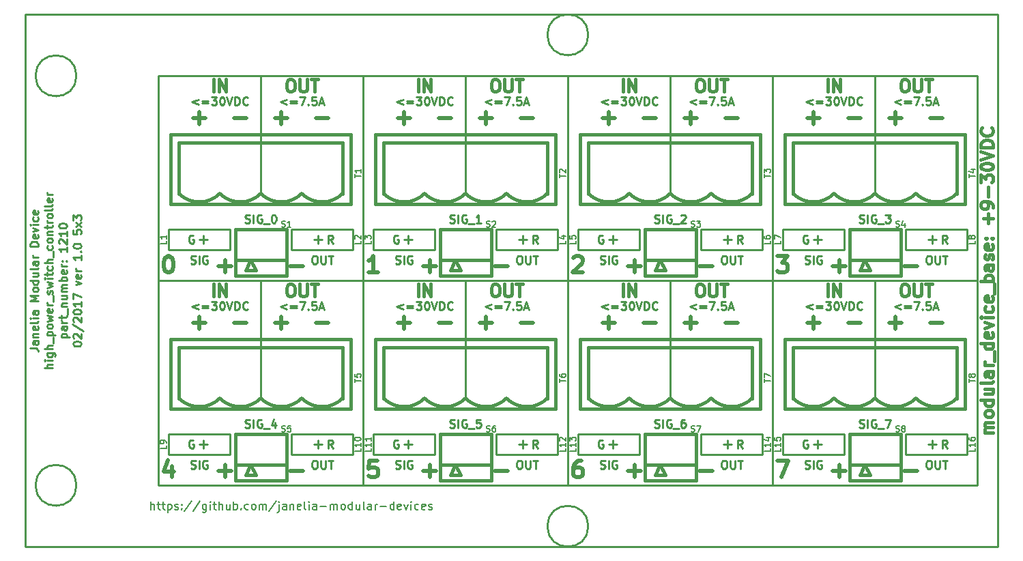
<source format=gto>
G04 #@! TF.GenerationSoftware,KiCad,Pcbnew,no-vcs-found-7625~57~ubuntu16.04.1*
G04 #@! TF.CreationDate,2017-02-13T10:02:40-05:00*
G04 #@! TF.ProjectId,high_power_switch_controller_5x3,686967685F706F7765725F7377697463,1.0*
G04 #@! TF.FileFunction,Legend,Top*
G04 #@! TF.FilePolarity,Positive*
%FSLAX46Y46*%
G04 Gerber Fmt 4.6, Leading zero omitted, Abs format (unit mm)*
G04 Created by KiCad (PCBNEW no-vcs-found-7625~57~ubuntu16.04.1) date Mon Feb 13 10:02:40 2017*
%MOMM*%
%LPD*%
G01*
G04 APERTURE LIST*
%ADD10C,0.100000*%
%ADD11C,0.254000*%
%ADD12C,0.381000*%
%ADD13C,0.508000*%
%ADD14C,0.228600*%
%ADD15C,0.190500*%
%ADD16O,2.032000X1.524000*%
%ADD17O,1.854200X2.540000*%
%ADD18R,1.854200X2.540000*%
%ADD19C,3.556000*%
%ADD20C,2.540000*%
G04 APERTURE END LIST*
D10*
D11*
X105664000Y-127713619D02*
X105857523Y-127713619D01*
X105954285Y-127762000D01*
X106051047Y-127858761D01*
X106099428Y-128052285D01*
X106099428Y-128390952D01*
X106051047Y-128584476D01*
X105954285Y-128681238D01*
X105857523Y-128729619D01*
X105664000Y-128729619D01*
X105567238Y-128681238D01*
X105470476Y-128584476D01*
X105422095Y-128390952D01*
X105422095Y-128052285D01*
X105470476Y-127858761D01*
X105567238Y-127762000D01*
X105664000Y-127713619D01*
X106534857Y-127713619D02*
X106534857Y-128536095D01*
X106583238Y-128632857D01*
X106631619Y-128681238D01*
X106728380Y-128729619D01*
X106921904Y-128729619D01*
X107018666Y-128681238D01*
X107067047Y-128632857D01*
X107115428Y-128536095D01*
X107115428Y-127713619D01*
X107454095Y-127713619D02*
X108034666Y-127713619D01*
X107744380Y-128729619D02*
X107744380Y-127713619D01*
D12*
X189919428Y-124278571D02*
X188903428Y-124278571D01*
X189048571Y-124278571D02*
X188976000Y-124206000D01*
X188903428Y-124060857D01*
X188903428Y-123843142D01*
X188976000Y-123698000D01*
X189121142Y-123625428D01*
X189919428Y-123625428D01*
X189121142Y-123625428D02*
X188976000Y-123552857D01*
X188903428Y-123407714D01*
X188903428Y-123190000D01*
X188976000Y-123044857D01*
X189121142Y-122972285D01*
X189919428Y-122972285D01*
X189919428Y-122028857D02*
X189846857Y-122174000D01*
X189774285Y-122246571D01*
X189629142Y-122319142D01*
X189193714Y-122319142D01*
X189048571Y-122246571D01*
X188976000Y-122174000D01*
X188903428Y-122028857D01*
X188903428Y-121811142D01*
X188976000Y-121666000D01*
X189048571Y-121593428D01*
X189193714Y-121520857D01*
X189629142Y-121520857D01*
X189774285Y-121593428D01*
X189846857Y-121666000D01*
X189919428Y-121811142D01*
X189919428Y-122028857D01*
X189919428Y-120214571D02*
X188395428Y-120214571D01*
X189846857Y-120214571D02*
X189919428Y-120359714D01*
X189919428Y-120650000D01*
X189846857Y-120795142D01*
X189774285Y-120867714D01*
X189629142Y-120940285D01*
X189193714Y-120940285D01*
X189048571Y-120867714D01*
X188976000Y-120795142D01*
X188903428Y-120650000D01*
X188903428Y-120359714D01*
X188976000Y-120214571D01*
X188903428Y-118835714D02*
X189919428Y-118835714D01*
X188903428Y-119488857D02*
X189701714Y-119488857D01*
X189846857Y-119416285D01*
X189919428Y-119271142D01*
X189919428Y-119053428D01*
X189846857Y-118908285D01*
X189774285Y-118835714D01*
X189919428Y-117892285D02*
X189846857Y-118037428D01*
X189701714Y-118110000D01*
X188395428Y-118110000D01*
X189919428Y-116658571D02*
X189121142Y-116658571D01*
X188976000Y-116731142D01*
X188903428Y-116876285D01*
X188903428Y-117166571D01*
X188976000Y-117311714D01*
X189846857Y-116658571D02*
X189919428Y-116803714D01*
X189919428Y-117166571D01*
X189846857Y-117311714D01*
X189701714Y-117384285D01*
X189556571Y-117384285D01*
X189411428Y-117311714D01*
X189338857Y-117166571D01*
X189338857Y-116803714D01*
X189266285Y-116658571D01*
X189919428Y-115932857D02*
X188903428Y-115932857D01*
X189193714Y-115932857D02*
X189048571Y-115860285D01*
X188976000Y-115787714D01*
X188903428Y-115642571D01*
X188903428Y-115497428D01*
X190064571Y-115352285D02*
X190064571Y-114191142D01*
X189919428Y-113175142D02*
X188395428Y-113175142D01*
X189846857Y-113175142D02*
X189919428Y-113320285D01*
X189919428Y-113610571D01*
X189846857Y-113755714D01*
X189774285Y-113828285D01*
X189629142Y-113900857D01*
X189193714Y-113900857D01*
X189048571Y-113828285D01*
X188976000Y-113755714D01*
X188903428Y-113610571D01*
X188903428Y-113320285D01*
X188976000Y-113175142D01*
X189846857Y-111868857D02*
X189919428Y-112014000D01*
X189919428Y-112304285D01*
X189846857Y-112449428D01*
X189701714Y-112522000D01*
X189121142Y-112522000D01*
X188976000Y-112449428D01*
X188903428Y-112304285D01*
X188903428Y-112014000D01*
X188976000Y-111868857D01*
X189121142Y-111796285D01*
X189266285Y-111796285D01*
X189411428Y-112522000D01*
X188903428Y-111288285D02*
X189919428Y-110925428D01*
X188903428Y-110562571D01*
X189919428Y-109982000D02*
X188903428Y-109982000D01*
X188395428Y-109982000D02*
X188468000Y-110054571D01*
X188540571Y-109982000D01*
X188468000Y-109909428D01*
X188395428Y-109982000D01*
X188540571Y-109982000D01*
X189846857Y-108603142D02*
X189919428Y-108748285D01*
X189919428Y-109038571D01*
X189846857Y-109183714D01*
X189774285Y-109256285D01*
X189629142Y-109328857D01*
X189193714Y-109328857D01*
X189048571Y-109256285D01*
X188976000Y-109183714D01*
X188903428Y-109038571D01*
X188903428Y-108748285D01*
X188976000Y-108603142D01*
X189846857Y-107369428D02*
X189919428Y-107514571D01*
X189919428Y-107804857D01*
X189846857Y-107950000D01*
X189701714Y-108022571D01*
X189121142Y-108022571D01*
X188976000Y-107950000D01*
X188903428Y-107804857D01*
X188903428Y-107514571D01*
X188976000Y-107369428D01*
X189121142Y-107296857D01*
X189266285Y-107296857D01*
X189411428Y-108022571D01*
X190064571Y-107006571D02*
X190064571Y-105845428D01*
X189919428Y-105482571D02*
X188395428Y-105482571D01*
X188976000Y-105482571D02*
X188903428Y-105337428D01*
X188903428Y-105047142D01*
X188976000Y-104902000D01*
X189048571Y-104829428D01*
X189193714Y-104756857D01*
X189629142Y-104756857D01*
X189774285Y-104829428D01*
X189846857Y-104902000D01*
X189919428Y-105047142D01*
X189919428Y-105337428D01*
X189846857Y-105482571D01*
X189919428Y-103450571D02*
X189121142Y-103450571D01*
X188976000Y-103523142D01*
X188903428Y-103668285D01*
X188903428Y-103958571D01*
X188976000Y-104103714D01*
X189846857Y-103450571D02*
X189919428Y-103595714D01*
X189919428Y-103958571D01*
X189846857Y-104103714D01*
X189701714Y-104176285D01*
X189556571Y-104176285D01*
X189411428Y-104103714D01*
X189338857Y-103958571D01*
X189338857Y-103595714D01*
X189266285Y-103450571D01*
X189846857Y-102797428D02*
X189919428Y-102652285D01*
X189919428Y-102362000D01*
X189846857Y-102216857D01*
X189701714Y-102144285D01*
X189629142Y-102144285D01*
X189484000Y-102216857D01*
X189411428Y-102362000D01*
X189411428Y-102579714D01*
X189338857Y-102724857D01*
X189193714Y-102797428D01*
X189121142Y-102797428D01*
X188976000Y-102724857D01*
X188903428Y-102579714D01*
X188903428Y-102362000D01*
X188976000Y-102216857D01*
X189846857Y-100910571D02*
X189919428Y-101055714D01*
X189919428Y-101346000D01*
X189846857Y-101491142D01*
X189701714Y-101563714D01*
X189121142Y-101563714D01*
X188976000Y-101491142D01*
X188903428Y-101346000D01*
X188903428Y-101055714D01*
X188976000Y-100910571D01*
X189121142Y-100838000D01*
X189266285Y-100838000D01*
X189411428Y-101563714D01*
X189774285Y-100184857D02*
X189846857Y-100112285D01*
X189919428Y-100184857D01*
X189846857Y-100257428D01*
X189774285Y-100184857D01*
X189919428Y-100184857D01*
X188976000Y-100184857D02*
X189048571Y-100112285D01*
X189121142Y-100184857D01*
X189048571Y-100257428D01*
X188976000Y-100184857D01*
X189121142Y-100184857D01*
X189338857Y-98298000D02*
X189338857Y-97136857D01*
X189919428Y-97717428D02*
X188758285Y-97717428D01*
X189919428Y-96338571D02*
X189919428Y-96048285D01*
X189846857Y-95903142D01*
X189774285Y-95830571D01*
X189556571Y-95685428D01*
X189266285Y-95612857D01*
X188685714Y-95612857D01*
X188540571Y-95685428D01*
X188468000Y-95758000D01*
X188395428Y-95903142D01*
X188395428Y-96193428D01*
X188468000Y-96338571D01*
X188540571Y-96411142D01*
X188685714Y-96483714D01*
X189048571Y-96483714D01*
X189193714Y-96411142D01*
X189266285Y-96338571D01*
X189338857Y-96193428D01*
X189338857Y-95903142D01*
X189266285Y-95758000D01*
X189193714Y-95685428D01*
X189048571Y-95612857D01*
X189338857Y-94959714D02*
X189338857Y-93798571D01*
X188395428Y-93218000D02*
X188395428Y-92274571D01*
X188976000Y-92782571D01*
X188976000Y-92564857D01*
X189048571Y-92419714D01*
X189121142Y-92347142D01*
X189266285Y-92274571D01*
X189629142Y-92274571D01*
X189774285Y-92347142D01*
X189846857Y-92419714D01*
X189919428Y-92564857D01*
X189919428Y-93000285D01*
X189846857Y-93145428D01*
X189774285Y-93218000D01*
X188395428Y-91331142D02*
X188395428Y-91186000D01*
X188468000Y-91040857D01*
X188540571Y-90968285D01*
X188685714Y-90895714D01*
X188976000Y-90823142D01*
X189338857Y-90823142D01*
X189629142Y-90895714D01*
X189774285Y-90968285D01*
X189846857Y-91040857D01*
X189919428Y-91186000D01*
X189919428Y-91331142D01*
X189846857Y-91476285D01*
X189774285Y-91548857D01*
X189629142Y-91621428D01*
X189338857Y-91694000D01*
X188976000Y-91694000D01*
X188685714Y-91621428D01*
X188540571Y-91548857D01*
X188468000Y-91476285D01*
X188395428Y-91331142D01*
X188395428Y-90387714D02*
X189919428Y-89879714D01*
X188395428Y-89371714D01*
X189919428Y-88863714D02*
X188395428Y-88863714D01*
X188395428Y-88500857D01*
X188468000Y-88283142D01*
X188613142Y-88138000D01*
X188758285Y-88065428D01*
X189048571Y-87992857D01*
X189266285Y-87992857D01*
X189556571Y-88065428D01*
X189701714Y-88138000D01*
X189846857Y-88283142D01*
X189919428Y-88500857D01*
X189919428Y-88863714D01*
X189774285Y-86468857D02*
X189846857Y-86541428D01*
X189919428Y-86759142D01*
X189919428Y-86904285D01*
X189846857Y-87122000D01*
X189701714Y-87267142D01*
X189556571Y-87339714D01*
X189266285Y-87412285D01*
X189048571Y-87412285D01*
X188758285Y-87339714D01*
X188613142Y-87267142D01*
X188468000Y-87122000D01*
X188395428Y-86904285D01*
X188395428Y-86759142D01*
X188468000Y-86541428D01*
X188540571Y-86468857D01*
D13*
X178930904Y-129050142D02*
X180479095Y-129050142D01*
X153530904Y-129050142D02*
X155079095Y-129050142D01*
X128130904Y-129050142D02*
X129679095Y-129050142D01*
X102730904Y-129050142D02*
X104279095Y-129050142D01*
X178930904Y-103650142D02*
X180479095Y-103650142D01*
X153530904Y-103650142D02*
X155079095Y-103650142D01*
X128130904Y-103650142D02*
X129679095Y-103650142D01*
X170040904Y-129050142D02*
X171589095Y-129050142D01*
X170815000Y-129824238D02*
X170815000Y-128276047D01*
X144640904Y-129050142D02*
X146189095Y-129050142D01*
X145415000Y-129824238D02*
X145415000Y-128276047D01*
X119240904Y-129050142D02*
X120789095Y-129050142D01*
X120015000Y-129824238D02*
X120015000Y-128276047D01*
X93840904Y-129050142D02*
X95389095Y-129050142D01*
X94615000Y-129824238D02*
X94615000Y-128276047D01*
X170040904Y-103650142D02*
X171589095Y-103650142D01*
X170815000Y-104424238D02*
X170815000Y-102876047D01*
X144640904Y-103650142D02*
X146189095Y-103650142D01*
X145415000Y-104424238D02*
X145415000Y-102876047D01*
X119240904Y-103650142D02*
X120789095Y-103650142D01*
X120015000Y-104424238D02*
X120015000Y-102876047D01*
D11*
X178453142Y-108367285D02*
X177679047Y-108657571D01*
X178453142Y-108947857D01*
X178936952Y-108512428D02*
X179711047Y-108512428D01*
X179711047Y-108802714D02*
X178936952Y-108802714D01*
X180098095Y-108028619D02*
X180775428Y-108028619D01*
X180340000Y-109044619D01*
X181162476Y-108947857D02*
X181210857Y-108996238D01*
X181162476Y-109044619D01*
X181114095Y-108996238D01*
X181162476Y-108947857D01*
X181162476Y-109044619D01*
X182130095Y-108028619D02*
X181646285Y-108028619D01*
X181597904Y-108512428D01*
X181646285Y-108464047D01*
X181743047Y-108415666D01*
X181984952Y-108415666D01*
X182081714Y-108464047D01*
X182130095Y-108512428D01*
X182178476Y-108609190D01*
X182178476Y-108851095D01*
X182130095Y-108947857D01*
X182081714Y-108996238D01*
X181984952Y-109044619D01*
X181743047Y-109044619D01*
X181646285Y-108996238D01*
X181597904Y-108947857D01*
X182565523Y-108754333D02*
X183049333Y-108754333D01*
X182468761Y-109044619D02*
X182807428Y-108028619D01*
X183146095Y-109044619D01*
X153053142Y-108367285D02*
X152279047Y-108657571D01*
X153053142Y-108947857D01*
X153536952Y-108512428D02*
X154311047Y-108512428D01*
X154311047Y-108802714D02*
X153536952Y-108802714D01*
X154698095Y-108028619D02*
X155375428Y-108028619D01*
X154940000Y-109044619D01*
X155762476Y-108947857D02*
X155810857Y-108996238D01*
X155762476Y-109044619D01*
X155714095Y-108996238D01*
X155762476Y-108947857D01*
X155762476Y-109044619D01*
X156730095Y-108028619D02*
X156246285Y-108028619D01*
X156197904Y-108512428D01*
X156246285Y-108464047D01*
X156343047Y-108415666D01*
X156584952Y-108415666D01*
X156681714Y-108464047D01*
X156730095Y-108512428D01*
X156778476Y-108609190D01*
X156778476Y-108851095D01*
X156730095Y-108947857D01*
X156681714Y-108996238D01*
X156584952Y-109044619D01*
X156343047Y-109044619D01*
X156246285Y-108996238D01*
X156197904Y-108947857D01*
X157165523Y-108754333D02*
X157649333Y-108754333D01*
X157068761Y-109044619D02*
X157407428Y-108028619D01*
X157746095Y-109044619D01*
X127653142Y-108367285D02*
X126879047Y-108657571D01*
X127653142Y-108947857D01*
X128136952Y-108512428D02*
X128911047Y-108512428D01*
X128911047Y-108802714D02*
X128136952Y-108802714D01*
X129298095Y-108028619D02*
X129975428Y-108028619D01*
X129540000Y-109044619D01*
X130362476Y-108947857D02*
X130410857Y-108996238D01*
X130362476Y-109044619D01*
X130314095Y-108996238D01*
X130362476Y-108947857D01*
X130362476Y-109044619D01*
X131330095Y-108028619D02*
X130846285Y-108028619D01*
X130797904Y-108512428D01*
X130846285Y-108464047D01*
X130943047Y-108415666D01*
X131184952Y-108415666D01*
X131281714Y-108464047D01*
X131330095Y-108512428D01*
X131378476Y-108609190D01*
X131378476Y-108851095D01*
X131330095Y-108947857D01*
X131281714Y-108996238D01*
X131184952Y-109044619D01*
X130943047Y-109044619D01*
X130846285Y-108996238D01*
X130797904Y-108947857D01*
X131765523Y-108754333D02*
X132249333Y-108754333D01*
X131668761Y-109044619D02*
X132007428Y-108028619D01*
X132346095Y-109044619D01*
X178453142Y-82967285D02*
X177679047Y-83257571D01*
X178453142Y-83547857D01*
X178936952Y-83112428D02*
X179711047Y-83112428D01*
X179711047Y-83402714D02*
X178936952Y-83402714D01*
X180098095Y-82628619D02*
X180775428Y-82628619D01*
X180340000Y-83644619D01*
X181162476Y-83547857D02*
X181210857Y-83596238D01*
X181162476Y-83644619D01*
X181114095Y-83596238D01*
X181162476Y-83547857D01*
X181162476Y-83644619D01*
X182130095Y-82628619D02*
X181646285Y-82628619D01*
X181597904Y-83112428D01*
X181646285Y-83064047D01*
X181743047Y-83015666D01*
X181984952Y-83015666D01*
X182081714Y-83064047D01*
X182130095Y-83112428D01*
X182178476Y-83209190D01*
X182178476Y-83451095D01*
X182130095Y-83547857D01*
X182081714Y-83596238D01*
X181984952Y-83644619D01*
X181743047Y-83644619D01*
X181646285Y-83596238D01*
X181597904Y-83547857D01*
X182565523Y-83354333D02*
X183049333Y-83354333D01*
X182468761Y-83644619D02*
X182807428Y-82628619D01*
X183146095Y-83644619D01*
X153053142Y-82967285D02*
X152279047Y-83257571D01*
X153053142Y-83547857D01*
X153536952Y-83112428D02*
X154311047Y-83112428D01*
X154311047Y-83402714D02*
X153536952Y-83402714D01*
X154698095Y-82628619D02*
X155375428Y-82628619D01*
X154940000Y-83644619D01*
X155762476Y-83547857D02*
X155810857Y-83596238D01*
X155762476Y-83644619D01*
X155714095Y-83596238D01*
X155762476Y-83547857D01*
X155762476Y-83644619D01*
X156730095Y-82628619D02*
X156246285Y-82628619D01*
X156197904Y-83112428D01*
X156246285Y-83064047D01*
X156343047Y-83015666D01*
X156584952Y-83015666D01*
X156681714Y-83064047D01*
X156730095Y-83112428D01*
X156778476Y-83209190D01*
X156778476Y-83451095D01*
X156730095Y-83547857D01*
X156681714Y-83596238D01*
X156584952Y-83644619D01*
X156343047Y-83644619D01*
X156246285Y-83596238D01*
X156197904Y-83547857D01*
X157165523Y-83354333D02*
X157649333Y-83354333D01*
X157068761Y-83644619D02*
X157407428Y-82628619D01*
X157746095Y-83644619D01*
X127653142Y-82967285D02*
X126879047Y-83257571D01*
X127653142Y-83547857D01*
X128136952Y-83112428D02*
X128911047Y-83112428D01*
X128911047Y-83402714D02*
X128136952Y-83402714D01*
X129298095Y-82628619D02*
X129975428Y-82628619D01*
X129540000Y-83644619D01*
X130362476Y-83547857D02*
X130410857Y-83596238D01*
X130362476Y-83644619D01*
X130314095Y-83596238D01*
X130362476Y-83547857D01*
X130362476Y-83644619D01*
X131330095Y-82628619D02*
X130846285Y-82628619D01*
X130797904Y-83112428D01*
X130846285Y-83064047D01*
X130943047Y-83015666D01*
X131184952Y-83015666D01*
X131281714Y-83064047D01*
X131330095Y-83112428D01*
X131378476Y-83209190D01*
X131378476Y-83451095D01*
X131330095Y-83547857D01*
X131281714Y-83596238D01*
X131184952Y-83644619D01*
X130943047Y-83644619D01*
X130846285Y-83596238D01*
X130797904Y-83547857D01*
X131765523Y-83354333D02*
X132249333Y-83354333D01*
X131668761Y-83644619D02*
X132007428Y-82628619D01*
X132346095Y-83644619D01*
X102253142Y-108367285D02*
X101479047Y-108657571D01*
X102253142Y-108947857D01*
X102736952Y-108512428D02*
X103511047Y-108512428D01*
X103511047Y-108802714D02*
X102736952Y-108802714D01*
X103898095Y-108028619D02*
X104575428Y-108028619D01*
X104140000Y-109044619D01*
X104962476Y-108947857D02*
X105010857Y-108996238D01*
X104962476Y-109044619D01*
X104914095Y-108996238D01*
X104962476Y-108947857D01*
X104962476Y-109044619D01*
X105930095Y-108028619D02*
X105446285Y-108028619D01*
X105397904Y-108512428D01*
X105446285Y-108464047D01*
X105543047Y-108415666D01*
X105784952Y-108415666D01*
X105881714Y-108464047D01*
X105930095Y-108512428D01*
X105978476Y-108609190D01*
X105978476Y-108851095D01*
X105930095Y-108947857D01*
X105881714Y-108996238D01*
X105784952Y-109044619D01*
X105543047Y-109044619D01*
X105446285Y-108996238D01*
X105397904Y-108947857D01*
X106365523Y-108754333D02*
X106849333Y-108754333D01*
X106268761Y-109044619D02*
X106607428Y-108028619D01*
X106946095Y-109044619D01*
X167519047Y-108367285D02*
X166744952Y-108657571D01*
X167519047Y-108947857D01*
X168002857Y-108512428D02*
X168776952Y-108512428D01*
X168776952Y-108802714D02*
X168002857Y-108802714D01*
X169164000Y-108028619D02*
X169792952Y-108028619D01*
X169454285Y-108415666D01*
X169599428Y-108415666D01*
X169696190Y-108464047D01*
X169744571Y-108512428D01*
X169792952Y-108609190D01*
X169792952Y-108851095D01*
X169744571Y-108947857D01*
X169696190Y-108996238D01*
X169599428Y-109044619D01*
X169309142Y-109044619D01*
X169212380Y-108996238D01*
X169164000Y-108947857D01*
X170421904Y-108028619D02*
X170518666Y-108028619D01*
X170615428Y-108077000D01*
X170663809Y-108125380D01*
X170712190Y-108222142D01*
X170760571Y-108415666D01*
X170760571Y-108657571D01*
X170712190Y-108851095D01*
X170663809Y-108947857D01*
X170615428Y-108996238D01*
X170518666Y-109044619D01*
X170421904Y-109044619D01*
X170325142Y-108996238D01*
X170276761Y-108947857D01*
X170228380Y-108851095D01*
X170180000Y-108657571D01*
X170180000Y-108415666D01*
X170228380Y-108222142D01*
X170276761Y-108125380D01*
X170325142Y-108077000D01*
X170421904Y-108028619D01*
X171050857Y-108028619D02*
X171389523Y-109044619D01*
X171728190Y-108028619D01*
X172066857Y-109044619D02*
X172066857Y-108028619D01*
X172308761Y-108028619D01*
X172453904Y-108077000D01*
X172550666Y-108173761D01*
X172599047Y-108270523D01*
X172647428Y-108464047D01*
X172647428Y-108609190D01*
X172599047Y-108802714D01*
X172550666Y-108899476D01*
X172453904Y-108996238D01*
X172308761Y-109044619D01*
X172066857Y-109044619D01*
X173663428Y-108947857D02*
X173615047Y-108996238D01*
X173469904Y-109044619D01*
X173373142Y-109044619D01*
X173228000Y-108996238D01*
X173131238Y-108899476D01*
X173082857Y-108802714D01*
X173034476Y-108609190D01*
X173034476Y-108464047D01*
X173082857Y-108270523D01*
X173131238Y-108173761D01*
X173228000Y-108077000D01*
X173373142Y-108028619D01*
X173469904Y-108028619D01*
X173615047Y-108077000D01*
X173663428Y-108125380D01*
X142119047Y-108367285D02*
X141344952Y-108657571D01*
X142119047Y-108947857D01*
X142602857Y-108512428D02*
X143376952Y-108512428D01*
X143376952Y-108802714D02*
X142602857Y-108802714D01*
X143764000Y-108028619D02*
X144392952Y-108028619D01*
X144054285Y-108415666D01*
X144199428Y-108415666D01*
X144296190Y-108464047D01*
X144344571Y-108512428D01*
X144392952Y-108609190D01*
X144392952Y-108851095D01*
X144344571Y-108947857D01*
X144296190Y-108996238D01*
X144199428Y-109044619D01*
X143909142Y-109044619D01*
X143812380Y-108996238D01*
X143764000Y-108947857D01*
X145021904Y-108028619D02*
X145118666Y-108028619D01*
X145215428Y-108077000D01*
X145263809Y-108125380D01*
X145312190Y-108222142D01*
X145360571Y-108415666D01*
X145360571Y-108657571D01*
X145312190Y-108851095D01*
X145263809Y-108947857D01*
X145215428Y-108996238D01*
X145118666Y-109044619D01*
X145021904Y-109044619D01*
X144925142Y-108996238D01*
X144876761Y-108947857D01*
X144828380Y-108851095D01*
X144780000Y-108657571D01*
X144780000Y-108415666D01*
X144828380Y-108222142D01*
X144876761Y-108125380D01*
X144925142Y-108077000D01*
X145021904Y-108028619D01*
X145650857Y-108028619D02*
X145989523Y-109044619D01*
X146328190Y-108028619D01*
X146666857Y-109044619D02*
X146666857Y-108028619D01*
X146908761Y-108028619D01*
X147053904Y-108077000D01*
X147150666Y-108173761D01*
X147199047Y-108270523D01*
X147247428Y-108464047D01*
X147247428Y-108609190D01*
X147199047Y-108802714D01*
X147150666Y-108899476D01*
X147053904Y-108996238D01*
X146908761Y-109044619D01*
X146666857Y-109044619D01*
X148263428Y-108947857D02*
X148215047Y-108996238D01*
X148069904Y-109044619D01*
X147973142Y-109044619D01*
X147828000Y-108996238D01*
X147731238Y-108899476D01*
X147682857Y-108802714D01*
X147634476Y-108609190D01*
X147634476Y-108464047D01*
X147682857Y-108270523D01*
X147731238Y-108173761D01*
X147828000Y-108077000D01*
X147973142Y-108028619D01*
X148069904Y-108028619D01*
X148215047Y-108077000D01*
X148263428Y-108125380D01*
X116719047Y-108367285D02*
X115944952Y-108657571D01*
X116719047Y-108947857D01*
X117202857Y-108512428D02*
X117976952Y-108512428D01*
X117976952Y-108802714D02*
X117202857Y-108802714D01*
X118364000Y-108028619D02*
X118992952Y-108028619D01*
X118654285Y-108415666D01*
X118799428Y-108415666D01*
X118896190Y-108464047D01*
X118944571Y-108512428D01*
X118992952Y-108609190D01*
X118992952Y-108851095D01*
X118944571Y-108947857D01*
X118896190Y-108996238D01*
X118799428Y-109044619D01*
X118509142Y-109044619D01*
X118412380Y-108996238D01*
X118364000Y-108947857D01*
X119621904Y-108028619D02*
X119718666Y-108028619D01*
X119815428Y-108077000D01*
X119863809Y-108125380D01*
X119912190Y-108222142D01*
X119960571Y-108415666D01*
X119960571Y-108657571D01*
X119912190Y-108851095D01*
X119863809Y-108947857D01*
X119815428Y-108996238D01*
X119718666Y-109044619D01*
X119621904Y-109044619D01*
X119525142Y-108996238D01*
X119476761Y-108947857D01*
X119428380Y-108851095D01*
X119380000Y-108657571D01*
X119380000Y-108415666D01*
X119428380Y-108222142D01*
X119476761Y-108125380D01*
X119525142Y-108077000D01*
X119621904Y-108028619D01*
X120250857Y-108028619D02*
X120589523Y-109044619D01*
X120928190Y-108028619D01*
X121266857Y-109044619D02*
X121266857Y-108028619D01*
X121508761Y-108028619D01*
X121653904Y-108077000D01*
X121750666Y-108173761D01*
X121799047Y-108270523D01*
X121847428Y-108464047D01*
X121847428Y-108609190D01*
X121799047Y-108802714D01*
X121750666Y-108899476D01*
X121653904Y-108996238D01*
X121508761Y-109044619D01*
X121266857Y-109044619D01*
X122863428Y-108947857D02*
X122815047Y-108996238D01*
X122669904Y-109044619D01*
X122573142Y-109044619D01*
X122428000Y-108996238D01*
X122331238Y-108899476D01*
X122282857Y-108802714D01*
X122234476Y-108609190D01*
X122234476Y-108464047D01*
X122282857Y-108270523D01*
X122331238Y-108173761D01*
X122428000Y-108077000D01*
X122573142Y-108028619D01*
X122669904Y-108028619D01*
X122815047Y-108077000D01*
X122863428Y-108125380D01*
X167519047Y-82967285D02*
X166744952Y-83257571D01*
X167519047Y-83547857D01*
X168002857Y-83112428D02*
X168776952Y-83112428D01*
X168776952Y-83402714D02*
X168002857Y-83402714D01*
X169164000Y-82628619D02*
X169792952Y-82628619D01*
X169454285Y-83015666D01*
X169599428Y-83015666D01*
X169696190Y-83064047D01*
X169744571Y-83112428D01*
X169792952Y-83209190D01*
X169792952Y-83451095D01*
X169744571Y-83547857D01*
X169696190Y-83596238D01*
X169599428Y-83644619D01*
X169309142Y-83644619D01*
X169212380Y-83596238D01*
X169164000Y-83547857D01*
X170421904Y-82628619D02*
X170518666Y-82628619D01*
X170615428Y-82677000D01*
X170663809Y-82725380D01*
X170712190Y-82822142D01*
X170760571Y-83015666D01*
X170760571Y-83257571D01*
X170712190Y-83451095D01*
X170663809Y-83547857D01*
X170615428Y-83596238D01*
X170518666Y-83644619D01*
X170421904Y-83644619D01*
X170325142Y-83596238D01*
X170276761Y-83547857D01*
X170228380Y-83451095D01*
X170180000Y-83257571D01*
X170180000Y-83015666D01*
X170228380Y-82822142D01*
X170276761Y-82725380D01*
X170325142Y-82677000D01*
X170421904Y-82628619D01*
X171050857Y-82628619D02*
X171389523Y-83644619D01*
X171728190Y-82628619D01*
X172066857Y-83644619D02*
X172066857Y-82628619D01*
X172308761Y-82628619D01*
X172453904Y-82677000D01*
X172550666Y-82773761D01*
X172599047Y-82870523D01*
X172647428Y-83064047D01*
X172647428Y-83209190D01*
X172599047Y-83402714D01*
X172550666Y-83499476D01*
X172453904Y-83596238D01*
X172308761Y-83644619D01*
X172066857Y-83644619D01*
X173663428Y-83547857D02*
X173615047Y-83596238D01*
X173469904Y-83644619D01*
X173373142Y-83644619D01*
X173228000Y-83596238D01*
X173131238Y-83499476D01*
X173082857Y-83402714D01*
X173034476Y-83209190D01*
X173034476Y-83064047D01*
X173082857Y-82870523D01*
X173131238Y-82773761D01*
X173228000Y-82677000D01*
X173373142Y-82628619D01*
X173469904Y-82628619D01*
X173615047Y-82677000D01*
X173663428Y-82725380D01*
X142119047Y-82967285D02*
X141344952Y-83257571D01*
X142119047Y-83547857D01*
X142602857Y-83112428D02*
X143376952Y-83112428D01*
X143376952Y-83402714D02*
X142602857Y-83402714D01*
X143764000Y-82628619D02*
X144392952Y-82628619D01*
X144054285Y-83015666D01*
X144199428Y-83015666D01*
X144296190Y-83064047D01*
X144344571Y-83112428D01*
X144392952Y-83209190D01*
X144392952Y-83451095D01*
X144344571Y-83547857D01*
X144296190Y-83596238D01*
X144199428Y-83644619D01*
X143909142Y-83644619D01*
X143812380Y-83596238D01*
X143764000Y-83547857D01*
X145021904Y-82628619D02*
X145118666Y-82628619D01*
X145215428Y-82677000D01*
X145263809Y-82725380D01*
X145312190Y-82822142D01*
X145360571Y-83015666D01*
X145360571Y-83257571D01*
X145312190Y-83451095D01*
X145263809Y-83547857D01*
X145215428Y-83596238D01*
X145118666Y-83644619D01*
X145021904Y-83644619D01*
X144925142Y-83596238D01*
X144876761Y-83547857D01*
X144828380Y-83451095D01*
X144780000Y-83257571D01*
X144780000Y-83015666D01*
X144828380Y-82822142D01*
X144876761Y-82725380D01*
X144925142Y-82677000D01*
X145021904Y-82628619D01*
X145650857Y-82628619D02*
X145989523Y-83644619D01*
X146328190Y-82628619D01*
X146666857Y-83644619D02*
X146666857Y-82628619D01*
X146908761Y-82628619D01*
X147053904Y-82677000D01*
X147150666Y-82773761D01*
X147199047Y-82870523D01*
X147247428Y-83064047D01*
X147247428Y-83209190D01*
X147199047Y-83402714D01*
X147150666Y-83499476D01*
X147053904Y-83596238D01*
X146908761Y-83644619D01*
X146666857Y-83644619D01*
X148263428Y-83547857D02*
X148215047Y-83596238D01*
X148069904Y-83644619D01*
X147973142Y-83644619D01*
X147828000Y-83596238D01*
X147731238Y-83499476D01*
X147682857Y-83402714D01*
X147634476Y-83209190D01*
X147634476Y-83064047D01*
X147682857Y-82870523D01*
X147731238Y-82773761D01*
X147828000Y-82677000D01*
X147973142Y-82628619D01*
X148069904Y-82628619D01*
X148215047Y-82677000D01*
X148263428Y-82725380D01*
X116719047Y-82967285D02*
X115944952Y-83257571D01*
X116719047Y-83547857D01*
X117202857Y-83112428D02*
X117976952Y-83112428D01*
X117976952Y-83402714D02*
X117202857Y-83402714D01*
X118364000Y-82628619D02*
X118992952Y-82628619D01*
X118654285Y-83015666D01*
X118799428Y-83015666D01*
X118896190Y-83064047D01*
X118944571Y-83112428D01*
X118992952Y-83209190D01*
X118992952Y-83451095D01*
X118944571Y-83547857D01*
X118896190Y-83596238D01*
X118799428Y-83644619D01*
X118509142Y-83644619D01*
X118412380Y-83596238D01*
X118364000Y-83547857D01*
X119621904Y-82628619D02*
X119718666Y-82628619D01*
X119815428Y-82677000D01*
X119863809Y-82725380D01*
X119912190Y-82822142D01*
X119960571Y-83015666D01*
X119960571Y-83257571D01*
X119912190Y-83451095D01*
X119863809Y-83547857D01*
X119815428Y-83596238D01*
X119718666Y-83644619D01*
X119621904Y-83644619D01*
X119525142Y-83596238D01*
X119476761Y-83547857D01*
X119428380Y-83451095D01*
X119380000Y-83257571D01*
X119380000Y-83015666D01*
X119428380Y-82822142D01*
X119476761Y-82725380D01*
X119525142Y-82677000D01*
X119621904Y-82628619D01*
X120250857Y-82628619D02*
X120589523Y-83644619D01*
X120928190Y-82628619D01*
X121266857Y-83644619D02*
X121266857Y-82628619D01*
X121508761Y-82628619D01*
X121653904Y-82677000D01*
X121750666Y-82773761D01*
X121799047Y-82870523D01*
X121847428Y-83064047D01*
X121847428Y-83209190D01*
X121799047Y-83402714D01*
X121750666Y-83499476D01*
X121653904Y-83596238D01*
X121508761Y-83644619D01*
X121266857Y-83644619D01*
X122863428Y-83547857D02*
X122815047Y-83596238D01*
X122669904Y-83644619D01*
X122573142Y-83644619D01*
X122428000Y-83596238D01*
X122331238Y-83499476D01*
X122282857Y-83402714D01*
X122234476Y-83209190D01*
X122234476Y-83064047D01*
X122282857Y-82870523D01*
X122331238Y-82773761D01*
X122428000Y-82677000D01*
X122573142Y-82628619D01*
X122669904Y-82628619D01*
X122815047Y-82677000D01*
X122863428Y-82725380D01*
X91319047Y-108367285D02*
X90544952Y-108657571D01*
X91319047Y-108947857D01*
X91802857Y-108512428D02*
X92576952Y-108512428D01*
X92576952Y-108802714D02*
X91802857Y-108802714D01*
X92964000Y-108028619D02*
X93592952Y-108028619D01*
X93254285Y-108415666D01*
X93399428Y-108415666D01*
X93496190Y-108464047D01*
X93544571Y-108512428D01*
X93592952Y-108609190D01*
X93592952Y-108851095D01*
X93544571Y-108947857D01*
X93496190Y-108996238D01*
X93399428Y-109044619D01*
X93109142Y-109044619D01*
X93012380Y-108996238D01*
X92964000Y-108947857D01*
X94221904Y-108028619D02*
X94318666Y-108028619D01*
X94415428Y-108077000D01*
X94463809Y-108125380D01*
X94512190Y-108222142D01*
X94560571Y-108415666D01*
X94560571Y-108657571D01*
X94512190Y-108851095D01*
X94463809Y-108947857D01*
X94415428Y-108996238D01*
X94318666Y-109044619D01*
X94221904Y-109044619D01*
X94125142Y-108996238D01*
X94076761Y-108947857D01*
X94028380Y-108851095D01*
X93980000Y-108657571D01*
X93980000Y-108415666D01*
X94028380Y-108222142D01*
X94076761Y-108125380D01*
X94125142Y-108077000D01*
X94221904Y-108028619D01*
X94850857Y-108028619D02*
X95189523Y-109044619D01*
X95528190Y-108028619D01*
X95866857Y-109044619D02*
X95866857Y-108028619D01*
X96108761Y-108028619D01*
X96253904Y-108077000D01*
X96350666Y-108173761D01*
X96399047Y-108270523D01*
X96447428Y-108464047D01*
X96447428Y-108609190D01*
X96399047Y-108802714D01*
X96350666Y-108899476D01*
X96253904Y-108996238D01*
X96108761Y-109044619D01*
X95866857Y-109044619D01*
X97463428Y-108947857D02*
X97415047Y-108996238D01*
X97269904Y-109044619D01*
X97173142Y-109044619D01*
X97028000Y-108996238D01*
X96931238Y-108899476D01*
X96882857Y-108802714D01*
X96834476Y-108609190D01*
X96834476Y-108464047D01*
X96882857Y-108270523D01*
X96931238Y-108173761D01*
X97028000Y-108077000D01*
X97173142Y-108028619D01*
X97269904Y-108028619D01*
X97415047Y-108077000D01*
X97463428Y-108125380D01*
D12*
X178816000Y-105845428D02*
X179106285Y-105845428D01*
X179251428Y-105918000D01*
X179396571Y-106063142D01*
X179469142Y-106353428D01*
X179469142Y-106861428D01*
X179396571Y-107151714D01*
X179251428Y-107296857D01*
X179106285Y-107369428D01*
X178816000Y-107369428D01*
X178670857Y-107296857D01*
X178525714Y-107151714D01*
X178453142Y-106861428D01*
X178453142Y-106353428D01*
X178525714Y-106063142D01*
X178670857Y-105918000D01*
X178816000Y-105845428D01*
X180122285Y-105845428D02*
X180122285Y-107079142D01*
X180194857Y-107224285D01*
X180267428Y-107296857D01*
X180412571Y-107369428D01*
X180702857Y-107369428D01*
X180848000Y-107296857D01*
X180920571Y-107224285D01*
X180993142Y-107079142D01*
X180993142Y-105845428D01*
X181501142Y-105845428D02*
X182372000Y-105845428D01*
X181936571Y-107369428D02*
X181936571Y-105845428D01*
X153416000Y-105845428D02*
X153706285Y-105845428D01*
X153851428Y-105918000D01*
X153996571Y-106063142D01*
X154069142Y-106353428D01*
X154069142Y-106861428D01*
X153996571Y-107151714D01*
X153851428Y-107296857D01*
X153706285Y-107369428D01*
X153416000Y-107369428D01*
X153270857Y-107296857D01*
X153125714Y-107151714D01*
X153053142Y-106861428D01*
X153053142Y-106353428D01*
X153125714Y-106063142D01*
X153270857Y-105918000D01*
X153416000Y-105845428D01*
X154722285Y-105845428D02*
X154722285Y-107079142D01*
X154794857Y-107224285D01*
X154867428Y-107296857D01*
X155012571Y-107369428D01*
X155302857Y-107369428D01*
X155448000Y-107296857D01*
X155520571Y-107224285D01*
X155593142Y-107079142D01*
X155593142Y-105845428D01*
X156101142Y-105845428D02*
X156972000Y-105845428D01*
X156536571Y-107369428D02*
X156536571Y-105845428D01*
X128016000Y-105845428D02*
X128306285Y-105845428D01*
X128451428Y-105918000D01*
X128596571Y-106063142D01*
X128669142Y-106353428D01*
X128669142Y-106861428D01*
X128596571Y-107151714D01*
X128451428Y-107296857D01*
X128306285Y-107369428D01*
X128016000Y-107369428D01*
X127870857Y-107296857D01*
X127725714Y-107151714D01*
X127653142Y-106861428D01*
X127653142Y-106353428D01*
X127725714Y-106063142D01*
X127870857Y-105918000D01*
X128016000Y-105845428D01*
X129322285Y-105845428D02*
X129322285Y-107079142D01*
X129394857Y-107224285D01*
X129467428Y-107296857D01*
X129612571Y-107369428D01*
X129902857Y-107369428D01*
X130048000Y-107296857D01*
X130120571Y-107224285D01*
X130193142Y-107079142D01*
X130193142Y-105845428D01*
X130701142Y-105845428D02*
X131572000Y-105845428D01*
X131136571Y-107369428D02*
X131136571Y-105845428D01*
X102616000Y-105845428D02*
X102906285Y-105845428D01*
X103051428Y-105918000D01*
X103196571Y-106063142D01*
X103269142Y-106353428D01*
X103269142Y-106861428D01*
X103196571Y-107151714D01*
X103051428Y-107296857D01*
X102906285Y-107369428D01*
X102616000Y-107369428D01*
X102470857Y-107296857D01*
X102325714Y-107151714D01*
X102253142Y-106861428D01*
X102253142Y-106353428D01*
X102325714Y-106063142D01*
X102470857Y-105918000D01*
X102616000Y-105845428D01*
X103922285Y-105845428D02*
X103922285Y-107079142D01*
X103994857Y-107224285D01*
X104067428Y-107296857D01*
X104212571Y-107369428D01*
X104502857Y-107369428D01*
X104648000Y-107296857D01*
X104720571Y-107224285D01*
X104793142Y-107079142D01*
X104793142Y-105845428D01*
X105301142Y-105845428D02*
X106172000Y-105845428D01*
X105736571Y-107369428D02*
X105736571Y-105845428D01*
X178816000Y-80445428D02*
X179106285Y-80445428D01*
X179251428Y-80518000D01*
X179396571Y-80663142D01*
X179469142Y-80953428D01*
X179469142Y-81461428D01*
X179396571Y-81751714D01*
X179251428Y-81896857D01*
X179106285Y-81969428D01*
X178816000Y-81969428D01*
X178670857Y-81896857D01*
X178525714Y-81751714D01*
X178453142Y-81461428D01*
X178453142Y-80953428D01*
X178525714Y-80663142D01*
X178670857Y-80518000D01*
X178816000Y-80445428D01*
X180122285Y-80445428D02*
X180122285Y-81679142D01*
X180194857Y-81824285D01*
X180267428Y-81896857D01*
X180412571Y-81969428D01*
X180702857Y-81969428D01*
X180848000Y-81896857D01*
X180920571Y-81824285D01*
X180993142Y-81679142D01*
X180993142Y-80445428D01*
X181501142Y-80445428D02*
X182372000Y-80445428D01*
X181936571Y-81969428D02*
X181936571Y-80445428D01*
X153416000Y-80445428D02*
X153706285Y-80445428D01*
X153851428Y-80518000D01*
X153996571Y-80663142D01*
X154069142Y-80953428D01*
X154069142Y-81461428D01*
X153996571Y-81751714D01*
X153851428Y-81896857D01*
X153706285Y-81969428D01*
X153416000Y-81969428D01*
X153270857Y-81896857D01*
X153125714Y-81751714D01*
X153053142Y-81461428D01*
X153053142Y-80953428D01*
X153125714Y-80663142D01*
X153270857Y-80518000D01*
X153416000Y-80445428D01*
X154722285Y-80445428D02*
X154722285Y-81679142D01*
X154794857Y-81824285D01*
X154867428Y-81896857D01*
X155012571Y-81969428D01*
X155302857Y-81969428D01*
X155448000Y-81896857D01*
X155520571Y-81824285D01*
X155593142Y-81679142D01*
X155593142Y-80445428D01*
X156101142Y-80445428D02*
X156972000Y-80445428D01*
X156536571Y-81969428D02*
X156536571Y-80445428D01*
X128016000Y-80445428D02*
X128306285Y-80445428D01*
X128451428Y-80518000D01*
X128596571Y-80663142D01*
X128669142Y-80953428D01*
X128669142Y-81461428D01*
X128596571Y-81751714D01*
X128451428Y-81896857D01*
X128306285Y-81969428D01*
X128016000Y-81969428D01*
X127870857Y-81896857D01*
X127725714Y-81751714D01*
X127653142Y-81461428D01*
X127653142Y-80953428D01*
X127725714Y-80663142D01*
X127870857Y-80518000D01*
X128016000Y-80445428D01*
X129322285Y-80445428D02*
X129322285Y-81679142D01*
X129394857Y-81824285D01*
X129467428Y-81896857D01*
X129612571Y-81969428D01*
X129902857Y-81969428D01*
X130048000Y-81896857D01*
X130120571Y-81824285D01*
X130193142Y-81679142D01*
X130193142Y-80445428D01*
X130701142Y-80445428D02*
X131572000Y-80445428D01*
X131136571Y-81969428D02*
X131136571Y-80445428D01*
X169381714Y-107369428D02*
X169381714Y-105845428D01*
X170107428Y-107369428D02*
X170107428Y-105845428D01*
X170978285Y-107369428D01*
X170978285Y-105845428D01*
X143981714Y-107369428D02*
X143981714Y-105845428D01*
X144707428Y-107369428D02*
X144707428Y-105845428D01*
X145578285Y-107369428D01*
X145578285Y-105845428D01*
X169381714Y-81969428D02*
X169381714Y-80445428D01*
X170107428Y-81969428D02*
X170107428Y-80445428D01*
X170978285Y-81969428D01*
X170978285Y-80445428D01*
X143981714Y-81969428D02*
X143981714Y-80445428D01*
X144707428Y-81969428D02*
X144707428Y-80445428D01*
X145578285Y-81969428D01*
X145578285Y-80445428D01*
X118581714Y-81969428D02*
X118581714Y-80445428D01*
X119307428Y-81969428D02*
X119307428Y-80445428D01*
X120178285Y-81969428D01*
X120178285Y-80445428D01*
X118581714Y-107369428D02*
X118581714Y-105845428D01*
X119307428Y-107369428D02*
X119307428Y-105845428D01*
X120178285Y-107369428D01*
X120178285Y-105845428D01*
X93181714Y-107369428D02*
X93181714Y-105845428D01*
X93907428Y-107369428D02*
X93907428Y-105845428D01*
X94778285Y-107369428D01*
X94778285Y-105845428D01*
D13*
X182105904Y-110635142D02*
X183654095Y-110635142D01*
X171945904Y-110635142D02*
X173494095Y-110635142D01*
X156705904Y-110635142D02*
X158254095Y-110635142D01*
X146545904Y-110635142D02*
X148094095Y-110635142D01*
X131305904Y-110635142D02*
X132854095Y-110635142D01*
X121145904Y-110635142D02*
X122694095Y-110635142D01*
X105905904Y-110635142D02*
X107454095Y-110635142D01*
X95745904Y-110635142D02*
X97294095Y-110635142D01*
X182105904Y-85235142D02*
X183654095Y-85235142D01*
X171945904Y-85235142D02*
X173494095Y-85235142D01*
X156705904Y-85235142D02*
X158254095Y-85235142D01*
X146545904Y-85235142D02*
X148094095Y-85235142D01*
X131305904Y-85235142D02*
X132854095Y-85235142D01*
X121145904Y-85235142D02*
X122694095Y-85235142D01*
X177025904Y-110635142D02*
X178574095Y-110635142D01*
X177800000Y-111409238D02*
X177800000Y-109861047D01*
X166865904Y-110635142D02*
X168414095Y-110635142D01*
X167640000Y-111409238D02*
X167640000Y-109861047D01*
X151625904Y-110635142D02*
X153174095Y-110635142D01*
X152400000Y-111409238D02*
X152400000Y-109861047D01*
X141465904Y-110635142D02*
X143014095Y-110635142D01*
X142240000Y-111409238D02*
X142240000Y-109861047D01*
X126225904Y-110635142D02*
X127774095Y-110635142D01*
X127000000Y-111409238D02*
X127000000Y-109861047D01*
X116065904Y-110635142D02*
X117614095Y-110635142D01*
X116840000Y-111409238D02*
X116840000Y-109861047D01*
X100825904Y-110635142D02*
X102374095Y-110635142D01*
X101600000Y-111409238D02*
X101600000Y-109861047D01*
X90665904Y-110635142D02*
X92214095Y-110635142D01*
X91440000Y-111409238D02*
X91440000Y-109861047D01*
X177025904Y-85235142D02*
X178574095Y-85235142D01*
X177800000Y-86009238D02*
X177800000Y-84461047D01*
X166865904Y-85235142D02*
X168414095Y-85235142D01*
X167640000Y-86009238D02*
X167640000Y-84461047D01*
X151625904Y-85235142D02*
X153174095Y-85235142D01*
X152400000Y-86009238D02*
X152400000Y-84461047D01*
X141465904Y-85235142D02*
X143014095Y-85235142D01*
X142240000Y-86009238D02*
X142240000Y-84461047D01*
X126225904Y-85235142D02*
X127774095Y-85235142D01*
X127000000Y-86009238D02*
X127000000Y-84461047D01*
X116065904Y-85235142D02*
X117614095Y-85235142D01*
X116840000Y-86009238D02*
X116840000Y-84461047D01*
D11*
X173348952Y-123601238D02*
X173494095Y-123649619D01*
X173736000Y-123649619D01*
X173832761Y-123601238D01*
X173881142Y-123552857D01*
X173929523Y-123456095D01*
X173929523Y-123359333D01*
X173881142Y-123262571D01*
X173832761Y-123214190D01*
X173736000Y-123165809D01*
X173542476Y-123117428D01*
X173445714Y-123069047D01*
X173397333Y-123020666D01*
X173348952Y-122923904D01*
X173348952Y-122827142D01*
X173397333Y-122730380D01*
X173445714Y-122682000D01*
X173542476Y-122633619D01*
X173784380Y-122633619D01*
X173929523Y-122682000D01*
X174364952Y-123649619D02*
X174364952Y-122633619D01*
X175380952Y-122682000D02*
X175284190Y-122633619D01*
X175139047Y-122633619D01*
X174993904Y-122682000D01*
X174897142Y-122778761D01*
X174848761Y-122875523D01*
X174800380Y-123069047D01*
X174800380Y-123214190D01*
X174848761Y-123407714D01*
X174897142Y-123504476D01*
X174993904Y-123601238D01*
X175139047Y-123649619D01*
X175235809Y-123649619D01*
X175380952Y-123601238D01*
X175429333Y-123552857D01*
X175429333Y-123214190D01*
X175235809Y-123214190D01*
X175622857Y-123746380D02*
X176396952Y-123746380D01*
X176542095Y-122633619D02*
X177219428Y-122633619D01*
X176784000Y-123649619D01*
X147948952Y-123601238D02*
X148094095Y-123649619D01*
X148336000Y-123649619D01*
X148432761Y-123601238D01*
X148481142Y-123552857D01*
X148529523Y-123456095D01*
X148529523Y-123359333D01*
X148481142Y-123262571D01*
X148432761Y-123214190D01*
X148336000Y-123165809D01*
X148142476Y-123117428D01*
X148045714Y-123069047D01*
X147997333Y-123020666D01*
X147948952Y-122923904D01*
X147948952Y-122827142D01*
X147997333Y-122730380D01*
X148045714Y-122682000D01*
X148142476Y-122633619D01*
X148384380Y-122633619D01*
X148529523Y-122682000D01*
X148964952Y-123649619D02*
X148964952Y-122633619D01*
X149980952Y-122682000D02*
X149884190Y-122633619D01*
X149739047Y-122633619D01*
X149593904Y-122682000D01*
X149497142Y-122778761D01*
X149448761Y-122875523D01*
X149400380Y-123069047D01*
X149400380Y-123214190D01*
X149448761Y-123407714D01*
X149497142Y-123504476D01*
X149593904Y-123601238D01*
X149739047Y-123649619D01*
X149835809Y-123649619D01*
X149980952Y-123601238D01*
X150029333Y-123552857D01*
X150029333Y-123214190D01*
X149835809Y-123214190D01*
X150222857Y-123746380D02*
X150996952Y-123746380D01*
X151674285Y-122633619D02*
X151480761Y-122633619D01*
X151384000Y-122682000D01*
X151335619Y-122730380D01*
X151238857Y-122875523D01*
X151190476Y-123069047D01*
X151190476Y-123456095D01*
X151238857Y-123552857D01*
X151287238Y-123601238D01*
X151384000Y-123649619D01*
X151577523Y-123649619D01*
X151674285Y-123601238D01*
X151722666Y-123552857D01*
X151771047Y-123456095D01*
X151771047Y-123214190D01*
X151722666Y-123117428D01*
X151674285Y-123069047D01*
X151577523Y-123020666D01*
X151384000Y-123020666D01*
X151287238Y-123069047D01*
X151238857Y-123117428D01*
X151190476Y-123214190D01*
X122548952Y-123601238D02*
X122694095Y-123649619D01*
X122936000Y-123649619D01*
X123032761Y-123601238D01*
X123081142Y-123552857D01*
X123129523Y-123456095D01*
X123129523Y-123359333D01*
X123081142Y-123262571D01*
X123032761Y-123214190D01*
X122936000Y-123165809D01*
X122742476Y-123117428D01*
X122645714Y-123069047D01*
X122597333Y-123020666D01*
X122548952Y-122923904D01*
X122548952Y-122827142D01*
X122597333Y-122730380D01*
X122645714Y-122682000D01*
X122742476Y-122633619D01*
X122984380Y-122633619D01*
X123129523Y-122682000D01*
X123564952Y-123649619D02*
X123564952Y-122633619D01*
X124580952Y-122682000D02*
X124484190Y-122633619D01*
X124339047Y-122633619D01*
X124193904Y-122682000D01*
X124097142Y-122778761D01*
X124048761Y-122875523D01*
X124000380Y-123069047D01*
X124000380Y-123214190D01*
X124048761Y-123407714D01*
X124097142Y-123504476D01*
X124193904Y-123601238D01*
X124339047Y-123649619D01*
X124435809Y-123649619D01*
X124580952Y-123601238D01*
X124629333Y-123552857D01*
X124629333Y-123214190D01*
X124435809Y-123214190D01*
X124822857Y-123746380D02*
X125596952Y-123746380D01*
X126322666Y-122633619D02*
X125838857Y-122633619D01*
X125790476Y-123117428D01*
X125838857Y-123069047D01*
X125935619Y-123020666D01*
X126177523Y-123020666D01*
X126274285Y-123069047D01*
X126322666Y-123117428D01*
X126371047Y-123214190D01*
X126371047Y-123456095D01*
X126322666Y-123552857D01*
X126274285Y-123601238D01*
X126177523Y-123649619D01*
X125935619Y-123649619D01*
X125838857Y-123601238D01*
X125790476Y-123552857D01*
X97148952Y-123601238D02*
X97294095Y-123649619D01*
X97536000Y-123649619D01*
X97632761Y-123601238D01*
X97681142Y-123552857D01*
X97729523Y-123456095D01*
X97729523Y-123359333D01*
X97681142Y-123262571D01*
X97632761Y-123214190D01*
X97536000Y-123165809D01*
X97342476Y-123117428D01*
X97245714Y-123069047D01*
X97197333Y-123020666D01*
X97148952Y-122923904D01*
X97148952Y-122827142D01*
X97197333Y-122730380D01*
X97245714Y-122682000D01*
X97342476Y-122633619D01*
X97584380Y-122633619D01*
X97729523Y-122682000D01*
X98164952Y-123649619D02*
X98164952Y-122633619D01*
X99180952Y-122682000D02*
X99084190Y-122633619D01*
X98939047Y-122633619D01*
X98793904Y-122682000D01*
X98697142Y-122778761D01*
X98648761Y-122875523D01*
X98600380Y-123069047D01*
X98600380Y-123214190D01*
X98648761Y-123407714D01*
X98697142Y-123504476D01*
X98793904Y-123601238D01*
X98939047Y-123649619D01*
X99035809Y-123649619D01*
X99180952Y-123601238D01*
X99229333Y-123552857D01*
X99229333Y-123214190D01*
X99035809Y-123214190D01*
X99422857Y-123746380D02*
X100196952Y-123746380D01*
X100874285Y-122972285D02*
X100874285Y-123649619D01*
X100632380Y-122585238D02*
X100390476Y-123310952D01*
X101019428Y-123310952D01*
X173348952Y-98201238D02*
X173494095Y-98249619D01*
X173736000Y-98249619D01*
X173832761Y-98201238D01*
X173881142Y-98152857D01*
X173929523Y-98056095D01*
X173929523Y-97959333D01*
X173881142Y-97862571D01*
X173832761Y-97814190D01*
X173736000Y-97765809D01*
X173542476Y-97717428D01*
X173445714Y-97669047D01*
X173397333Y-97620666D01*
X173348952Y-97523904D01*
X173348952Y-97427142D01*
X173397333Y-97330380D01*
X173445714Y-97282000D01*
X173542476Y-97233619D01*
X173784380Y-97233619D01*
X173929523Y-97282000D01*
X174364952Y-98249619D02*
X174364952Y-97233619D01*
X175380952Y-97282000D02*
X175284190Y-97233619D01*
X175139047Y-97233619D01*
X174993904Y-97282000D01*
X174897142Y-97378761D01*
X174848761Y-97475523D01*
X174800380Y-97669047D01*
X174800380Y-97814190D01*
X174848761Y-98007714D01*
X174897142Y-98104476D01*
X174993904Y-98201238D01*
X175139047Y-98249619D01*
X175235809Y-98249619D01*
X175380952Y-98201238D01*
X175429333Y-98152857D01*
X175429333Y-97814190D01*
X175235809Y-97814190D01*
X175622857Y-98346380D02*
X176396952Y-98346380D01*
X176542095Y-97233619D02*
X177171047Y-97233619D01*
X176832380Y-97620666D01*
X176977523Y-97620666D01*
X177074285Y-97669047D01*
X177122666Y-97717428D01*
X177171047Y-97814190D01*
X177171047Y-98056095D01*
X177122666Y-98152857D01*
X177074285Y-98201238D01*
X176977523Y-98249619D01*
X176687238Y-98249619D01*
X176590476Y-98201238D01*
X176542095Y-98152857D01*
X147948952Y-98201238D02*
X148094095Y-98249619D01*
X148336000Y-98249619D01*
X148432761Y-98201238D01*
X148481142Y-98152857D01*
X148529523Y-98056095D01*
X148529523Y-97959333D01*
X148481142Y-97862571D01*
X148432761Y-97814190D01*
X148336000Y-97765809D01*
X148142476Y-97717428D01*
X148045714Y-97669047D01*
X147997333Y-97620666D01*
X147948952Y-97523904D01*
X147948952Y-97427142D01*
X147997333Y-97330380D01*
X148045714Y-97282000D01*
X148142476Y-97233619D01*
X148384380Y-97233619D01*
X148529523Y-97282000D01*
X148964952Y-98249619D02*
X148964952Y-97233619D01*
X149980952Y-97282000D02*
X149884190Y-97233619D01*
X149739047Y-97233619D01*
X149593904Y-97282000D01*
X149497142Y-97378761D01*
X149448761Y-97475523D01*
X149400380Y-97669047D01*
X149400380Y-97814190D01*
X149448761Y-98007714D01*
X149497142Y-98104476D01*
X149593904Y-98201238D01*
X149739047Y-98249619D01*
X149835809Y-98249619D01*
X149980952Y-98201238D01*
X150029333Y-98152857D01*
X150029333Y-97814190D01*
X149835809Y-97814190D01*
X150222857Y-98346380D02*
X150996952Y-98346380D01*
X151190476Y-97330380D02*
X151238857Y-97282000D01*
X151335619Y-97233619D01*
X151577523Y-97233619D01*
X151674285Y-97282000D01*
X151722666Y-97330380D01*
X151771047Y-97427142D01*
X151771047Y-97523904D01*
X151722666Y-97669047D01*
X151142095Y-98249619D01*
X151771047Y-98249619D01*
X122548952Y-98201238D02*
X122694095Y-98249619D01*
X122936000Y-98249619D01*
X123032761Y-98201238D01*
X123081142Y-98152857D01*
X123129523Y-98056095D01*
X123129523Y-97959333D01*
X123081142Y-97862571D01*
X123032761Y-97814190D01*
X122936000Y-97765809D01*
X122742476Y-97717428D01*
X122645714Y-97669047D01*
X122597333Y-97620666D01*
X122548952Y-97523904D01*
X122548952Y-97427142D01*
X122597333Y-97330380D01*
X122645714Y-97282000D01*
X122742476Y-97233619D01*
X122984380Y-97233619D01*
X123129523Y-97282000D01*
X123564952Y-98249619D02*
X123564952Y-97233619D01*
X124580952Y-97282000D02*
X124484190Y-97233619D01*
X124339047Y-97233619D01*
X124193904Y-97282000D01*
X124097142Y-97378761D01*
X124048761Y-97475523D01*
X124000380Y-97669047D01*
X124000380Y-97814190D01*
X124048761Y-98007714D01*
X124097142Y-98104476D01*
X124193904Y-98201238D01*
X124339047Y-98249619D01*
X124435809Y-98249619D01*
X124580952Y-98201238D01*
X124629333Y-98152857D01*
X124629333Y-97814190D01*
X124435809Y-97814190D01*
X124822857Y-98346380D02*
X125596952Y-98346380D01*
X126371047Y-98249619D02*
X125790476Y-98249619D01*
X126080761Y-98249619D02*
X126080761Y-97233619D01*
X125984000Y-97378761D01*
X125887238Y-97475523D01*
X125790476Y-97523904D01*
D14*
X175260000Y-120015000D02*
X175260000Y-105410000D01*
X149860000Y-120015000D02*
X149860000Y-105410000D01*
X124460000Y-120015000D02*
X124460000Y-105410000D01*
X99060000Y-120015000D02*
X99060000Y-105410000D01*
X175260000Y-94615000D02*
X175260000Y-80010000D01*
X149860000Y-94615000D02*
X149860000Y-80010000D01*
X124460000Y-94615000D02*
X124460000Y-80010000D01*
D11*
X181864000Y-127713619D02*
X182057523Y-127713619D01*
X182154285Y-127762000D01*
X182251047Y-127858761D01*
X182299428Y-128052285D01*
X182299428Y-128390952D01*
X182251047Y-128584476D01*
X182154285Y-128681238D01*
X182057523Y-128729619D01*
X181864000Y-128729619D01*
X181767238Y-128681238D01*
X181670476Y-128584476D01*
X181622095Y-128390952D01*
X181622095Y-128052285D01*
X181670476Y-127858761D01*
X181767238Y-127762000D01*
X181864000Y-127713619D01*
X182734857Y-127713619D02*
X182734857Y-128536095D01*
X182783238Y-128632857D01*
X182831619Y-128681238D01*
X182928380Y-128729619D01*
X183121904Y-128729619D01*
X183218666Y-128681238D01*
X183267047Y-128632857D01*
X183315428Y-128536095D01*
X183315428Y-127713619D01*
X183654095Y-127713619D02*
X184234666Y-127713619D01*
X183944380Y-128729619D02*
X183944380Y-127713619D01*
X156464000Y-127713619D02*
X156657523Y-127713619D01*
X156754285Y-127762000D01*
X156851047Y-127858761D01*
X156899428Y-128052285D01*
X156899428Y-128390952D01*
X156851047Y-128584476D01*
X156754285Y-128681238D01*
X156657523Y-128729619D01*
X156464000Y-128729619D01*
X156367238Y-128681238D01*
X156270476Y-128584476D01*
X156222095Y-128390952D01*
X156222095Y-128052285D01*
X156270476Y-127858761D01*
X156367238Y-127762000D01*
X156464000Y-127713619D01*
X157334857Y-127713619D02*
X157334857Y-128536095D01*
X157383238Y-128632857D01*
X157431619Y-128681238D01*
X157528380Y-128729619D01*
X157721904Y-128729619D01*
X157818666Y-128681238D01*
X157867047Y-128632857D01*
X157915428Y-128536095D01*
X157915428Y-127713619D01*
X158254095Y-127713619D02*
X158834666Y-127713619D01*
X158544380Y-128729619D02*
X158544380Y-127713619D01*
X131064000Y-127713619D02*
X131257523Y-127713619D01*
X131354285Y-127762000D01*
X131451047Y-127858761D01*
X131499428Y-128052285D01*
X131499428Y-128390952D01*
X131451047Y-128584476D01*
X131354285Y-128681238D01*
X131257523Y-128729619D01*
X131064000Y-128729619D01*
X130967238Y-128681238D01*
X130870476Y-128584476D01*
X130822095Y-128390952D01*
X130822095Y-128052285D01*
X130870476Y-127858761D01*
X130967238Y-127762000D01*
X131064000Y-127713619D01*
X131934857Y-127713619D02*
X131934857Y-128536095D01*
X131983238Y-128632857D01*
X132031619Y-128681238D01*
X132128380Y-128729619D01*
X132321904Y-128729619D01*
X132418666Y-128681238D01*
X132467047Y-128632857D01*
X132515428Y-128536095D01*
X132515428Y-127713619D01*
X132854095Y-127713619D02*
X133434666Y-127713619D01*
X133144380Y-128729619D02*
X133144380Y-127713619D01*
X181864000Y-102313619D02*
X182057523Y-102313619D01*
X182154285Y-102362000D01*
X182251047Y-102458761D01*
X182299428Y-102652285D01*
X182299428Y-102990952D01*
X182251047Y-103184476D01*
X182154285Y-103281238D01*
X182057523Y-103329619D01*
X181864000Y-103329619D01*
X181767238Y-103281238D01*
X181670476Y-103184476D01*
X181622095Y-102990952D01*
X181622095Y-102652285D01*
X181670476Y-102458761D01*
X181767238Y-102362000D01*
X181864000Y-102313619D01*
X182734857Y-102313619D02*
X182734857Y-103136095D01*
X182783238Y-103232857D01*
X182831619Y-103281238D01*
X182928380Y-103329619D01*
X183121904Y-103329619D01*
X183218666Y-103281238D01*
X183267047Y-103232857D01*
X183315428Y-103136095D01*
X183315428Y-102313619D01*
X183654095Y-102313619D02*
X184234666Y-102313619D01*
X183944380Y-103329619D02*
X183944380Y-102313619D01*
X156464000Y-102313619D02*
X156657523Y-102313619D01*
X156754285Y-102362000D01*
X156851047Y-102458761D01*
X156899428Y-102652285D01*
X156899428Y-102990952D01*
X156851047Y-103184476D01*
X156754285Y-103281238D01*
X156657523Y-103329619D01*
X156464000Y-103329619D01*
X156367238Y-103281238D01*
X156270476Y-103184476D01*
X156222095Y-102990952D01*
X156222095Y-102652285D01*
X156270476Y-102458761D01*
X156367238Y-102362000D01*
X156464000Y-102313619D01*
X157334857Y-102313619D02*
X157334857Y-103136095D01*
X157383238Y-103232857D01*
X157431619Y-103281238D01*
X157528380Y-103329619D01*
X157721904Y-103329619D01*
X157818666Y-103281238D01*
X157867047Y-103232857D01*
X157915428Y-103136095D01*
X157915428Y-102313619D01*
X158254095Y-102313619D02*
X158834666Y-102313619D01*
X158544380Y-103329619D02*
X158544380Y-102313619D01*
X131064000Y-102313619D02*
X131257523Y-102313619D01*
X131354285Y-102362000D01*
X131451047Y-102458761D01*
X131499428Y-102652285D01*
X131499428Y-102990952D01*
X131451047Y-103184476D01*
X131354285Y-103281238D01*
X131257523Y-103329619D01*
X131064000Y-103329619D01*
X130967238Y-103281238D01*
X130870476Y-103184476D01*
X130822095Y-102990952D01*
X130822095Y-102652285D01*
X130870476Y-102458761D01*
X130967238Y-102362000D01*
X131064000Y-102313619D01*
X131934857Y-102313619D02*
X131934857Y-103136095D01*
X131983238Y-103232857D01*
X132031619Y-103281238D01*
X132128380Y-103329619D01*
X132321904Y-103329619D01*
X132418666Y-103281238D01*
X132467047Y-103232857D01*
X132515428Y-103136095D01*
X132515428Y-102313619D01*
X132854095Y-102313619D02*
X133434666Y-102313619D01*
X133144380Y-103329619D02*
X133144380Y-102313619D01*
X166599809Y-128681238D02*
X166744952Y-128729619D01*
X166986857Y-128729619D01*
X167083619Y-128681238D01*
X167132000Y-128632857D01*
X167180380Y-128536095D01*
X167180380Y-128439333D01*
X167132000Y-128342571D01*
X167083619Y-128294190D01*
X166986857Y-128245809D01*
X166793333Y-128197428D01*
X166696571Y-128149047D01*
X166648190Y-128100666D01*
X166599809Y-128003904D01*
X166599809Y-127907142D01*
X166648190Y-127810380D01*
X166696571Y-127762000D01*
X166793333Y-127713619D01*
X167035238Y-127713619D01*
X167180380Y-127762000D01*
X167615809Y-128729619D02*
X167615809Y-127713619D01*
X168631809Y-127762000D02*
X168535047Y-127713619D01*
X168389904Y-127713619D01*
X168244761Y-127762000D01*
X168148000Y-127858761D01*
X168099619Y-127955523D01*
X168051238Y-128149047D01*
X168051238Y-128294190D01*
X168099619Y-128487714D01*
X168148000Y-128584476D01*
X168244761Y-128681238D01*
X168389904Y-128729619D01*
X168486666Y-128729619D01*
X168631809Y-128681238D01*
X168680190Y-128632857D01*
X168680190Y-128294190D01*
X168486666Y-128294190D01*
X166599809Y-103281238D02*
X166744952Y-103329619D01*
X166986857Y-103329619D01*
X167083619Y-103281238D01*
X167132000Y-103232857D01*
X167180380Y-103136095D01*
X167180380Y-103039333D01*
X167132000Y-102942571D01*
X167083619Y-102894190D01*
X166986857Y-102845809D01*
X166793333Y-102797428D01*
X166696571Y-102749047D01*
X166648190Y-102700666D01*
X166599809Y-102603904D01*
X166599809Y-102507142D01*
X166648190Y-102410380D01*
X166696571Y-102362000D01*
X166793333Y-102313619D01*
X167035238Y-102313619D01*
X167180380Y-102362000D01*
X167615809Y-103329619D02*
X167615809Y-102313619D01*
X168631809Y-102362000D02*
X168535047Y-102313619D01*
X168389904Y-102313619D01*
X168244761Y-102362000D01*
X168148000Y-102458761D01*
X168099619Y-102555523D01*
X168051238Y-102749047D01*
X168051238Y-102894190D01*
X168099619Y-103087714D01*
X168148000Y-103184476D01*
X168244761Y-103281238D01*
X168389904Y-103329619D01*
X168486666Y-103329619D01*
X168631809Y-103281238D01*
X168680190Y-103232857D01*
X168680190Y-102894190D01*
X168486666Y-102894190D01*
X141199809Y-103281238D02*
X141344952Y-103329619D01*
X141586857Y-103329619D01*
X141683619Y-103281238D01*
X141732000Y-103232857D01*
X141780380Y-103136095D01*
X141780380Y-103039333D01*
X141732000Y-102942571D01*
X141683619Y-102894190D01*
X141586857Y-102845809D01*
X141393333Y-102797428D01*
X141296571Y-102749047D01*
X141248190Y-102700666D01*
X141199809Y-102603904D01*
X141199809Y-102507142D01*
X141248190Y-102410380D01*
X141296571Y-102362000D01*
X141393333Y-102313619D01*
X141635238Y-102313619D01*
X141780380Y-102362000D01*
X142215809Y-103329619D02*
X142215809Y-102313619D01*
X143231809Y-102362000D02*
X143135047Y-102313619D01*
X142989904Y-102313619D01*
X142844761Y-102362000D01*
X142748000Y-102458761D01*
X142699619Y-102555523D01*
X142651238Y-102749047D01*
X142651238Y-102894190D01*
X142699619Y-103087714D01*
X142748000Y-103184476D01*
X142844761Y-103281238D01*
X142989904Y-103329619D01*
X143086666Y-103329619D01*
X143231809Y-103281238D01*
X143280190Y-103232857D01*
X143280190Y-102894190D01*
X143086666Y-102894190D01*
X141199809Y-128681238D02*
X141344952Y-128729619D01*
X141586857Y-128729619D01*
X141683619Y-128681238D01*
X141732000Y-128632857D01*
X141780380Y-128536095D01*
X141780380Y-128439333D01*
X141732000Y-128342571D01*
X141683619Y-128294190D01*
X141586857Y-128245809D01*
X141393333Y-128197428D01*
X141296571Y-128149047D01*
X141248190Y-128100666D01*
X141199809Y-128003904D01*
X141199809Y-127907142D01*
X141248190Y-127810380D01*
X141296571Y-127762000D01*
X141393333Y-127713619D01*
X141635238Y-127713619D01*
X141780380Y-127762000D01*
X142215809Y-128729619D02*
X142215809Y-127713619D01*
X143231809Y-127762000D02*
X143135047Y-127713619D01*
X142989904Y-127713619D01*
X142844761Y-127762000D01*
X142748000Y-127858761D01*
X142699619Y-127955523D01*
X142651238Y-128149047D01*
X142651238Y-128294190D01*
X142699619Y-128487714D01*
X142748000Y-128584476D01*
X142844761Y-128681238D01*
X142989904Y-128729619D01*
X143086666Y-128729619D01*
X143231809Y-128681238D01*
X143280190Y-128632857D01*
X143280190Y-128294190D01*
X143086666Y-128294190D01*
X115799809Y-128681238D02*
X115944952Y-128729619D01*
X116186857Y-128729619D01*
X116283619Y-128681238D01*
X116332000Y-128632857D01*
X116380380Y-128536095D01*
X116380380Y-128439333D01*
X116332000Y-128342571D01*
X116283619Y-128294190D01*
X116186857Y-128245809D01*
X115993333Y-128197428D01*
X115896571Y-128149047D01*
X115848190Y-128100666D01*
X115799809Y-128003904D01*
X115799809Y-127907142D01*
X115848190Y-127810380D01*
X115896571Y-127762000D01*
X115993333Y-127713619D01*
X116235238Y-127713619D01*
X116380380Y-127762000D01*
X116815809Y-128729619D02*
X116815809Y-127713619D01*
X117831809Y-127762000D02*
X117735047Y-127713619D01*
X117589904Y-127713619D01*
X117444761Y-127762000D01*
X117348000Y-127858761D01*
X117299619Y-127955523D01*
X117251238Y-128149047D01*
X117251238Y-128294190D01*
X117299619Y-128487714D01*
X117348000Y-128584476D01*
X117444761Y-128681238D01*
X117589904Y-128729619D01*
X117686666Y-128729619D01*
X117831809Y-128681238D01*
X117880190Y-128632857D01*
X117880190Y-128294190D01*
X117686666Y-128294190D01*
X90399809Y-128681238D02*
X90544952Y-128729619D01*
X90786857Y-128729619D01*
X90883619Y-128681238D01*
X90932000Y-128632857D01*
X90980380Y-128536095D01*
X90980380Y-128439333D01*
X90932000Y-128342571D01*
X90883619Y-128294190D01*
X90786857Y-128245809D01*
X90593333Y-128197428D01*
X90496571Y-128149047D01*
X90448190Y-128100666D01*
X90399809Y-128003904D01*
X90399809Y-127907142D01*
X90448190Y-127810380D01*
X90496571Y-127762000D01*
X90593333Y-127713619D01*
X90835238Y-127713619D01*
X90980380Y-127762000D01*
X91415809Y-128729619D02*
X91415809Y-127713619D01*
X92431809Y-127762000D02*
X92335047Y-127713619D01*
X92189904Y-127713619D01*
X92044761Y-127762000D01*
X91948000Y-127858761D01*
X91899619Y-127955523D01*
X91851238Y-128149047D01*
X91851238Y-128294190D01*
X91899619Y-128487714D01*
X91948000Y-128584476D01*
X92044761Y-128681238D01*
X92189904Y-128729619D01*
X92286666Y-128729619D01*
X92431809Y-128681238D01*
X92480190Y-128632857D01*
X92480190Y-128294190D01*
X92286666Y-128294190D01*
X115799809Y-103281238D02*
X115944952Y-103329619D01*
X116186857Y-103329619D01*
X116283619Y-103281238D01*
X116332000Y-103232857D01*
X116380380Y-103136095D01*
X116380380Y-103039333D01*
X116332000Y-102942571D01*
X116283619Y-102894190D01*
X116186857Y-102845809D01*
X115993333Y-102797428D01*
X115896571Y-102749047D01*
X115848190Y-102700666D01*
X115799809Y-102603904D01*
X115799809Y-102507142D01*
X115848190Y-102410380D01*
X115896571Y-102362000D01*
X115993333Y-102313619D01*
X116235238Y-102313619D01*
X116380380Y-102362000D01*
X116815809Y-103329619D02*
X116815809Y-102313619D01*
X117831809Y-102362000D02*
X117735047Y-102313619D01*
X117589904Y-102313619D01*
X117444761Y-102362000D01*
X117348000Y-102458761D01*
X117299619Y-102555523D01*
X117251238Y-102749047D01*
X117251238Y-102894190D01*
X117299619Y-103087714D01*
X117348000Y-103184476D01*
X117444761Y-103281238D01*
X117589904Y-103329619D01*
X117686666Y-103329619D01*
X117831809Y-103281238D01*
X117880190Y-103232857D01*
X117880190Y-102894190D01*
X117686666Y-102894190D01*
X105664000Y-102313619D02*
X105857523Y-102313619D01*
X105954285Y-102362000D01*
X106051047Y-102458761D01*
X106099428Y-102652285D01*
X106099428Y-102990952D01*
X106051047Y-103184476D01*
X105954285Y-103281238D01*
X105857523Y-103329619D01*
X105664000Y-103329619D01*
X105567238Y-103281238D01*
X105470476Y-103184476D01*
X105422095Y-102990952D01*
X105422095Y-102652285D01*
X105470476Y-102458761D01*
X105567238Y-102362000D01*
X105664000Y-102313619D01*
X106534857Y-102313619D02*
X106534857Y-103136095D01*
X106583238Y-103232857D01*
X106631619Y-103281238D01*
X106728380Y-103329619D01*
X106921904Y-103329619D01*
X107018666Y-103281238D01*
X107067047Y-103232857D01*
X107115428Y-103136095D01*
X107115428Y-102313619D01*
X107454095Y-102313619D02*
X108034666Y-102313619D01*
X107744380Y-103329619D02*
X107744380Y-102313619D01*
X90399809Y-103281238D02*
X90544952Y-103329619D01*
X90786857Y-103329619D01*
X90883619Y-103281238D01*
X90932000Y-103232857D01*
X90980380Y-103136095D01*
X90980380Y-103039333D01*
X90932000Y-102942571D01*
X90883619Y-102894190D01*
X90786857Y-102845809D01*
X90593333Y-102797428D01*
X90496571Y-102749047D01*
X90448190Y-102700666D01*
X90399809Y-102603904D01*
X90399809Y-102507142D01*
X90448190Y-102410380D01*
X90496571Y-102362000D01*
X90593333Y-102313619D01*
X90835238Y-102313619D01*
X90980380Y-102362000D01*
X91415809Y-103329619D02*
X91415809Y-102313619D01*
X92431809Y-102362000D02*
X92335047Y-102313619D01*
X92189904Y-102313619D01*
X92044761Y-102362000D01*
X91948000Y-102458761D01*
X91899619Y-102555523D01*
X91851238Y-102749047D01*
X91851238Y-102894190D01*
X91899619Y-103087714D01*
X91948000Y-103184476D01*
X92044761Y-103281238D01*
X92189904Y-103329619D01*
X92286666Y-103329619D01*
X92431809Y-103281238D01*
X92480190Y-103232857D01*
X92480190Y-102894190D01*
X92286666Y-102894190D01*
X102253142Y-82967285D02*
X101479047Y-83257571D01*
X102253142Y-83547857D01*
X102736952Y-83112428D02*
X103511047Y-83112428D01*
X103511047Y-83402714D02*
X102736952Y-83402714D01*
X103898095Y-82628619D02*
X104575428Y-82628619D01*
X104140000Y-83644619D01*
X104962476Y-83547857D02*
X105010857Y-83596238D01*
X104962476Y-83644619D01*
X104914095Y-83596238D01*
X104962476Y-83547857D01*
X104962476Y-83644619D01*
X105930095Y-82628619D02*
X105446285Y-82628619D01*
X105397904Y-83112428D01*
X105446285Y-83064047D01*
X105543047Y-83015666D01*
X105784952Y-83015666D01*
X105881714Y-83064047D01*
X105930095Y-83112428D01*
X105978476Y-83209190D01*
X105978476Y-83451095D01*
X105930095Y-83547857D01*
X105881714Y-83596238D01*
X105784952Y-83644619D01*
X105543047Y-83644619D01*
X105446285Y-83596238D01*
X105397904Y-83547857D01*
X106365523Y-83354333D02*
X106849333Y-83354333D01*
X106268761Y-83644619D02*
X106607428Y-82628619D01*
X106946095Y-83644619D01*
X91319047Y-82967285D02*
X90544952Y-83257571D01*
X91319047Y-83547857D01*
X91802857Y-83112428D02*
X92576952Y-83112428D01*
X92576952Y-83402714D02*
X91802857Y-83402714D01*
X92964000Y-82628619D02*
X93592952Y-82628619D01*
X93254285Y-83015666D01*
X93399428Y-83015666D01*
X93496190Y-83064047D01*
X93544571Y-83112428D01*
X93592952Y-83209190D01*
X93592952Y-83451095D01*
X93544571Y-83547857D01*
X93496190Y-83596238D01*
X93399428Y-83644619D01*
X93109142Y-83644619D01*
X93012380Y-83596238D01*
X92964000Y-83547857D01*
X94221904Y-82628619D02*
X94318666Y-82628619D01*
X94415428Y-82677000D01*
X94463809Y-82725380D01*
X94512190Y-82822142D01*
X94560571Y-83015666D01*
X94560571Y-83257571D01*
X94512190Y-83451095D01*
X94463809Y-83547857D01*
X94415428Y-83596238D01*
X94318666Y-83644619D01*
X94221904Y-83644619D01*
X94125142Y-83596238D01*
X94076761Y-83547857D01*
X94028380Y-83451095D01*
X93980000Y-83257571D01*
X93980000Y-83015666D01*
X94028380Y-82822142D01*
X94076761Y-82725380D01*
X94125142Y-82677000D01*
X94221904Y-82628619D01*
X94850857Y-82628619D02*
X95189523Y-83644619D01*
X95528190Y-82628619D01*
X95866857Y-83644619D02*
X95866857Y-82628619D01*
X96108761Y-82628619D01*
X96253904Y-82677000D01*
X96350666Y-82773761D01*
X96399047Y-82870523D01*
X96447428Y-83064047D01*
X96447428Y-83209190D01*
X96399047Y-83402714D01*
X96350666Y-83499476D01*
X96253904Y-83596238D01*
X96108761Y-83644619D01*
X95866857Y-83644619D01*
X97463428Y-83547857D02*
X97415047Y-83596238D01*
X97269904Y-83644619D01*
X97173142Y-83644619D01*
X97028000Y-83596238D01*
X96931238Y-83499476D01*
X96882857Y-83402714D01*
X96834476Y-83209190D01*
X96834476Y-83064047D01*
X96882857Y-82870523D01*
X96931238Y-82773761D01*
X97028000Y-82677000D01*
X97173142Y-82628619D01*
X97269904Y-82628619D01*
X97415047Y-82677000D01*
X97463428Y-82725380D01*
D12*
X102616000Y-80445428D02*
X102906285Y-80445428D01*
X103051428Y-80518000D01*
X103196571Y-80663142D01*
X103269142Y-80953428D01*
X103269142Y-81461428D01*
X103196571Y-81751714D01*
X103051428Y-81896857D01*
X102906285Y-81969428D01*
X102616000Y-81969428D01*
X102470857Y-81896857D01*
X102325714Y-81751714D01*
X102253142Y-81461428D01*
X102253142Y-80953428D01*
X102325714Y-80663142D01*
X102470857Y-80518000D01*
X102616000Y-80445428D01*
X103922285Y-80445428D02*
X103922285Y-81679142D01*
X103994857Y-81824285D01*
X104067428Y-81896857D01*
X104212571Y-81969428D01*
X104502857Y-81969428D01*
X104648000Y-81896857D01*
X104720571Y-81824285D01*
X104793142Y-81679142D01*
X104793142Y-80445428D01*
X105301142Y-80445428D02*
X106172000Y-80445428D01*
X105736571Y-81969428D02*
X105736571Y-80445428D01*
X93181714Y-81969428D02*
X93181714Y-80445428D01*
X93907428Y-81969428D02*
X93907428Y-80445428D01*
X94778285Y-81969428D01*
X94778285Y-80445428D01*
D14*
X99060000Y-94615000D02*
X99060000Y-80010000D01*
D11*
X97148952Y-98201238D02*
X97294095Y-98249619D01*
X97536000Y-98249619D01*
X97632761Y-98201238D01*
X97681142Y-98152857D01*
X97729523Y-98056095D01*
X97729523Y-97959333D01*
X97681142Y-97862571D01*
X97632761Y-97814190D01*
X97536000Y-97765809D01*
X97342476Y-97717428D01*
X97245714Y-97669047D01*
X97197333Y-97620666D01*
X97148952Y-97523904D01*
X97148952Y-97427142D01*
X97197333Y-97330380D01*
X97245714Y-97282000D01*
X97342476Y-97233619D01*
X97584380Y-97233619D01*
X97729523Y-97282000D01*
X98164952Y-98249619D02*
X98164952Y-97233619D01*
X99180952Y-97282000D02*
X99084190Y-97233619D01*
X98939047Y-97233619D01*
X98793904Y-97282000D01*
X98697142Y-97378761D01*
X98648761Y-97475523D01*
X98600380Y-97669047D01*
X98600380Y-97814190D01*
X98648761Y-98007714D01*
X98697142Y-98104476D01*
X98793904Y-98201238D01*
X98939047Y-98249619D01*
X99035809Y-98249619D01*
X99180952Y-98201238D01*
X99229333Y-98152857D01*
X99229333Y-97814190D01*
X99035809Y-97814190D01*
X99422857Y-98346380D02*
X100196952Y-98346380D01*
X100632380Y-97233619D02*
X100729142Y-97233619D01*
X100825904Y-97282000D01*
X100874285Y-97330380D01*
X100922666Y-97427142D01*
X100971047Y-97620666D01*
X100971047Y-97862571D01*
X100922666Y-98056095D01*
X100874285Y-98152857D01*
X100825904Y-98201238D01*
X100729142Y-98249619D01*
X100632380Y-98249619D01*
X100535619Y-98201238D01*
X100487238Y-98152857D01*
X100438857Y-98056095D01*
X100390476Y-97862571D01*
X100390476Y-97620666D01*
X100438857Y-97427142D01*
X100487238Y-97330380D01*
X100535619Y-97282000D01*
X100632380Y-97233619D01*
D13*
X102730904Y-103650142D02*
X104279095Y-103650142D01*
X93840904Y-103650142D02*
X95389095Y-103650142D01*
X94615000Y-104424238D02*
X94615000Y-102876047D01*
X105905904Y-85235142D02*
X107454095Y-85235142D01*
X95745904Y-85235142D02*
X97294095Y-85235142D01*
X100825904Y-85235142D02*
X102374095Y-85235142D01*
X101600000Y-86009238D02*
X101600000Y-84461047D01*
X90665904Y-85235142D02*
X92214095Y-85235142D01*
X91440000Y-86009238D02*
X91440000Y-84461047D01*
X163152666Y-127792238D02*
X164507333Y-127792238D01*
X163636476Y-129824238D01*
X138817047Y-127792238D02*
X138430000Y-127792238D01*
X138236476Y-127889000D01*
X138139714Y-127985761D01*
X137946190Y-128276047D01*
X137849428Y-128663095D01*
X137849428Y-129437190D01*
X137946190Y-129630714D01*
X138042952Y-129727476D01*
X138236476Y-129824238D01*
X138623523Y-129824238D01*
X138817047Y-129727476D01*
X138913809Y-129630714D01*
X139010571Y-129437190D01*
X139010571Y-128953380D01*
X138913809Y-128759857D01*
X138817047Y-128663095D01*
X138623523Y-128566333D01*
X138236476Y-128566333D01*
X138042952Y-128663095D01*
X137946190Y-128759857D01*
X137849428Y-128953380D01*
X113513809Y-127792238D02*
X112546190Y-127792238D01*
X112449428Y-128759857D01*
X112546190Y-128663095D01*
X112739714Y-128566333D01*
X113223523Y-128566333D01*
X113417047Y-128663095D01*
X113513809Y-128759857D01*
X113610571Y-128953380D01*
X113610571Y-129437190D01*
X113513809Y-129630714D01*
X113417047Y-129727476D01*
X113223523Y-129824238D01*
X112739714Y-129824238D01*
X112546190Y-129727476D01*
X112449428Y-129630714D01*
X88017047Y-128469571D02*
X88017047Y-129824238D01*
X87533238Y-127695476D02*
X87049428Y-129146904D01*
X88307333Y-129146904D01*
X163152666Y-102392238D02*
X164410571Y-102392238D01*
X163733238Y-103166333D01*
X164023523Y-103166333D01*
X164217047Y-103263095D01*
X164313809Y-103359857D01*
X164410571Y-103553380D01*
X164410571Y-104037190D01*
X164313809Y-104230714D01*
X164217047Y-104327476D01*
X164023523Y-104424238D01*
X163442952Y-104424238D01*
X163249428Y-104327476D01*
X163152666Y-104230714D01*
X137849428Y-102585761D02*
X137946190Y-102489000D01*
X138139714Y-102392238D01*
X138623523Y-102392238D01*
X138817047Y-102489000D01*
X138913809Y-102585761D01*
X139010571Y-102779285D01*
X139010571Y-102972809D01*
X138913809Y-103263095D01*
X137752666Y-104424238D01*
X139010571Y-104424238D01*
X113610571Y-104424238D02*
X112449428Y-104424238D01*
X113030000Y-104424238D02*
X113030000Y-102392238D01*
X112836476Y-102682523D01*
X112642952Y-102876047D01*
X112449428Y-102972809D01*
X87533238Y-102392238D02*
X87726761Y-102392238D01*
X87920285Y-102489000D01*
X88017047Y-102585761D01*
X88113809Y-102779285D01*
X88210571Y-103166333D01*
X88210571Y-103650142D01*
X88113809Y-104037190D01*
X88017047Y-104230714D01*
X87920285Y-104327476D01*
X87726761Y-104424238D01*
X87533238Y-104424238D01*
X87339714Y-104327476D01*
X87242952Y-104230714D01*
X87146190Y-104037190D01*
X87049428Y-103650142D01*
X87049428Y-103166333D01*
X87146190Y-102779285D01*
X87242952Y-102585761D01*
X87339714Y-102489000D01*
X87533238Y-102392238D01*
D14*
X86360000Y-130810000D02*
X187960000Y-130810000D01*
X86360000Y-80010000D02*
X187960000Y-80010000D01*
X187960000Y-80010000D02*
X187960000Y-130810000D01*
X86360000Y-80010000D02*
X86360000Y-130810000D01*
X162560000Y-80010000D02*
X162560000Y-130810000D01*
X111760000Y-80010000D02*
X111760000Y-130810000D01*
X86360000Y-105410000D02*
X187960000Y-105410000D01*
X137160000Y-80010000D02*
X137160000Y-130810000D01*
X190500000Y-72390000D02*
X69850000Y-72390000D01*
X190500000Y-138430000D02*
X190500000Y-72390000D01*
X69850000Y-138430000D02*
X190500000Y-138430000D01*
X69850000Y-72390000D02*
X69850000Y-138430000D01*
D15*
X85452857Y-133809619D02*
X85452857Y-132793619D01*
X85888285Y-133809619D02*
X85888285Y-133277428D01*
X85839904Y-133180666D01*
X85743142Y-133132285D01*
X85598000Y-133132285D01*
X85501238Y-133180666D01*
X85452857Y-133229047D01*
X86226952Y-133132285D02*
X86614000Y-133132285D01*
X86372095Y-132793619D02*
X86372095Y-133664476D01*
X86420476Y-133761238D01*
X86517238Y-133809619D01*
X86614000Y-133809619D01*
X86807523Y-133132285D02*
X87194571Y-133132285D01*
X86952666Y-132793619D02*
X86952666Y-133664476D01*
X87001047Y-133761238D01*
X87097809Y-133809619D01*
X87194571Y-133809619D01*
X87533238Y-133132285D02*
X87533238Y-134148285D01*
X87533238Y-133180666D02*
X87630000Y-133132285D01*
X87823523Y-133132285D01*
X87920285Y-133180666D01*
X87968666Y-133229047D01*
X88017047Y-133325809D01*
X88017047Y-133616095D01*
X87968666Y-133712857D01*
X87920285Y-133761238D01*
X87823523Y-133809619D01*
X87630000Y-133809619D01*
X87533238Y-133761238D01*
X88404095Y-133761238D02*
X88500857Y-133809619D01*
X88694380Y-133809619D01*
X88791142Y-133761238D01*
X88839523Y-133664476D01*
X88839523Y-133616095D01*
X88791142Y-133519333D01*
X88694380Y-133470952D01*
X88549238Y-133470952D01*
X88452476Y-133422571D01*
X88404095Y-133325809D01*
X88404095Y-133277428D01*
X88452476Y-133180666D01*
X88549238Y-133132285D01*
X88694380Y-133132285D01*
X88791142Y-133180666D01*
X89274952Y-133712857D02*
X89323333Y-133761238D01*
X89274952Y-133809619D01*
X89226571Y-133761238D01*
X89274952Y-133712857D01*
X89274952Y-133809619D01*
X89274952Y-133180666D02*
X89323333Y-133229047D01*
X89274952Y-133277428D01*
X89226571Y-133229047D01*
X89274952Y-133180666D01*
X89274952Y-133277428D01*
X90484476Y-132745238D02*
X89613619Y-134051523D01*
X91548857Y-132745238D02*
X90678000Y-134051523D01*
X92322952Y-133132285D02*
X92322952Y-133954761D01*
X92274571Y-134051523D01*
X92226190Y-134099904D01*
X92129428Y-134148285D01*
X91984285Y-134148285D01*
X91887523Y-134099904D01*
X92322952Y-133761238D02*
X92226190Y-133809619D01*
X92032666Y-133809619D01*
X91935904Y-133761238D01*
X91887523Y-133712857D01*
X91839142Y-133616095D01*
X91839142Y-133325809D01*
X91887523Y-133229047D01*
X91935904Y-133180666D01*
X92032666Y-133132285D01*
X92226190Y-133132285D01*
X92322952Y-133180666D01*
X92806761Y-133809619D02*
X92806761Y-133132285D01*
X92806761Y-132793619D02*
X92758380Y-132842000D01*
X92806761Y-132890380D01*
X92855142Y-132842000D01*
X92806761Y-132793619D01*
X92806761Y-132890380D01*
X93145428Y-133132285D02*
X93532476Y-133132285D01*
X93290571Y-132793619D02*
X93290571Y-133664476D01*
X93338952Y-133761238D01*
X93435714Y-133809619D01*
X93532476Y-133809619D01*
X93871142Y-133809619D02*
X93871142Y-132793619D01*
X94306571Y-133809619D02*
X94306571Y-133277428D01*
X94258190Y-133180666D01*
X94161428Y-133132285D01*
X94016285Y-133132285D01*
X93919523Y-133180666D01*
X93871142Y-133229047D01*
X95225809Y-133132285D02*
X95225809Y-133809619D01*
X94790380Y-133132285D02*
X94790380Y-133664476D01*
X94838761Y-133761238D01*
X94935523Y-133809619D01*
X95080666Y-133809619D01*
X95177428Y-133761238D01*
X95225809Y-133712857D01*
X95709619Y-133809619D02*
X95709619Y-132793619D01*
X95709619Y-133180666D02*
X95806380Y-133132285D01*
X95999904Y-133132285D01*
X96096666Y-133180666D01*
X96145047Y-133229047D01*
X96193428Y-133325809D01*
X96193428Y-133616095D01*
X96145047Y-133712857D01*
X96096666Y-133761238D01*
X95999904Y-133809619D01*
X95806380Y-133809619D01*
X95709619Y-133761238D01*
X96628857Y-133712857D02*
X96677238Y-133761238D01*
X96628857Y-133809619D01*
X96580476Y-133761238D01*
X96628857Y-133712857D01*
X96628857Y-133809619D01*
X97548095Y-133761238D02*
X97451333Y-133809619D01*
X97257809Y-133809619D01*
X97161047Y-133761238D01*
X97112666Y-133712857D01*
X97064285Y-133616095D01*
X97064285Y-133325809D01*
X97112666Y-133229047D01*
X97161047Y-133180666D01*
X97257809Y-133132285D01*
X97451333Y-133132285D01*
X97548095Y-133180666D01*
X98128666Y-133809619D02*
X98031904Y-133761238D01*
X97983523Y-133712857D01*
X97935142Y-133616095D01*
X97935142Y-133325809D01*
X97983523Y-133229047D01*
X98031904Y-133180666D01*
X98128666Y-133132285D01*
X98273809Y-133132285D01*
X98370571Y-133180666D01*
X98418952Y-133229047D01*
X98467333Y-133325809D01*
X98467333Y-133616095D01*
X98418952Y-133712857D01*
X98370571Y-133761238D01*
X98273809Y-133809619D01*
X98128666Y-133809619D01*
X98902761Y-133809619D02*
X98902761Y-133132285D01*
X98902761Y-133229047D02*
X98951142Y-133180666D01*
X99047904Y-133132285D01*
X99193047Y-133132285D01*
X99289809Y-133180666D01*
X99338190Y-133277428D01*
X99338190Y-133809619D01*
X99338190Y-133277428D02*
X99386571Y-133180666D01*
X99483333Y-133132285D01*
X99628476Y-133132285D01*
X99725238Y-133180666D01*
X99773619Y-133277428D01*
X99773619Y-133809619D01*
X100983142Y-132745238D02*
X100112285Y-134051523D01*
X101321809Y-133132285D02*
X101321809Y-134003142D01*
X101273428Y-134099904D01*
X101176666Y-134148285D01*
X101128285Y-134148285D01*
X101321809Y-132793619D02*
X101273428Y-132842000D01*
X101321809Y-132890380D01*
X101370190Y-132842000D01*
X101321809Y-132793619D01*
X101321809Y-132890380D01*
X102241047Y-133809619D02*
X102241047Y-133277428D01*
X102192666Y-133180666D01*
X102095904Y-133132285D01*
X101902380Y-133132285D01*
X101805619Y-133180666D01*
X102241047Y-133761238D02*
X102144285Y-133809619D01*
X101902380Y-133809619D01*
X101805619Y-133761238D01*
X101757238Y-133664476D01*
X101757238Y-133567714D01*
X101805619Y-133470952D01*
X101902380Y-133422571D01*
X102144285Y-133422571D01*
X102241047Y-133374190D01*
X102724857Y-133132285D02*
X102724857Y-133809619D01*
X102724857Y-133229047D02*
X102773238Y-133180666D01*
X102870000Y-133132285D01*
X103015142Y-133132285D01*
X103111904Y-133180666D01*
X103160285Y-133277428D01*
X103160285Y-133809619D01*
X104031142Y-133761238D02*
X103934380Y-133809619D01*
X103740857Y-133809619D01*
X103644095Y-133761238D01*
X103595714Y-133664476D01*
X103595714Y-133277428D01*
X103644095Y-133180666D01*
X103740857Y-133132285D01*
X103934380Y-133132285D01*
X104031142Y-133180666D01*
X104079523Y-133277428D01*
X104079523Y-133374190D01*
X103595714Y-133470952D01*
X104660095Y-133809619D02*
X104563333Y-133761238D01*
X104514952Y-133664476D01*
X104514952Y-132793619D01*
X105047142Y-133809619D02*
X105047142Y-133132285D01*
X105047142Y-132793619D02*
X104998761Y-132842000D01*
X105047142Y-132890380D01*
X105095523Y-132842000D01*
X105047142Y-132793619D01*
X105047142Y-132890380D01*
X105966380Y-133809619D02*
X105966380Y-133277428D01*
X105918000Y-133180666D01*
X105821238Y-133132285D01*
X105627714Y-133132285D01*
X105530952Y-133180666D01*
X105966380Y-133761238D02*
X105869619Y-133809619D01*
X105627714Y-133809619D01*
X105530952Y-133761238D01*
X105482571Y-133664476D01*
X105482571Y-133567714D01*
X105530952Y-133470952D01*
X105627714Y-133422571D01*
X105869619Y-133422571D01*
X105966380Y-133374190D01*
X106450190Y-133422571D02*
X107224285Y-133422571D01*
X107708095Y-133809619D02*
X107708095Y-133132285D01*
X107708095Y-133229047D02*
X107756476Y-133180666D01*
X107853238Y-133132285D01*
X107998380Y-133132285D01*
X108095142Y-133180666D01*
X108143523Y-133277428D01*
X108143523Y-133809619D01*
X108143523Y-133277428D02*
X108191904Y-133180666D01*
X108288666Y-133132285D01*
X108433809Y-133132285D01*
X108530571Y-133180666D01*
X108578952Y-133277428D01*
X108578952Y-133809619D01*
X109207904Y-133809619D02*
X109111142Y-133761238D01*
X109062761Y-133712857D01*
X109014380Y-133616095D01*
X109014380Y-133325809D01*
X109062761Y-133229047D01*
X109111142Y-133180666D01*
X109207904Y-133132285D01*
X109353047Y-133132285D01*
X109449809Y-133180666D01*
X109498190Y-133229047D01*
X109546571Y-133325809D01*
X109546571Y-133616095D01*
X109498190Y-133712857D01*
X109449809Y-133761238D01*
X109353047Y-133809619D01*
X109207904Y-133809619D01*
X110417428Y-133809619D02*
X110417428Y-132793619D01*
X110417428Y-133761238D02*
X110320666Y-133809619D01*
X110127142Y-133809619D01*
X110030380Y-133761238D01*
X109982000Y-133712857D01*
X109933619Y-133616095D01*
X109933619Y-133325809D01*
X109982000Y-133229047D01*
X110030380Y-133180666D01*
X110127142Y-133132285D01*
X110320666Y-133132285D01*
X110417428Y-133180666D01*
X111336666Y-133132285D02*
X111336666Y-133809619D01*
X110901238Y-133132285D02*
X110901238Y-133664476D01*
X110949619Y-133761238D01*
X111046380Y-133809619D01*
X111191523Y-133809619D01*
X111288285Y-133761238D01*
X111336666Y-133712857D01*
X111965619Y-133809619D02*
X111868857Y-133761238D01*
X111820476Y-133664476D01*
X111820476Y-132793619D01*
X112788095Y-133809619D02*
X112788095Y-133277428D01*
X112739714Y-133180666D01*
X112642952Y-133132285D01*
X112449428Y-133132285D01*
X112352666Y-133180666D01*
X112788095Y-133761238D02*
X112691333Y-133809619D01*
X112449428Y-133809619D01*
X112352666Y-133761238D01*
X112304285Y-133664476D01*
X112304285Y-133567714D01*
X112352666Y-133470952D01*
X112449428Y-133422571D01*
X112691333Y-133422571D01*
X112788095Y-133374190D01*
X113271904Y-133809619D02*
X113271904Y-133132285D01*
X113271904Y-133325809D02*
X113320285Y-133229047D01*
X113368666Y-133180666D01*
X113465428Y-133132285D01*
X113562190Y-133132285D01*
X113900857Y-133422571D02*
X114674952Y-133422571D01*
X115594190Y-133809619D02*
X115594190Y-132793619D01*
X115594190Y-133761238D02*
X115497428Y-133809619D01*
X115303904Y-133809619D01*
X115207142Y-133761238D01*
X115158761Y-133712857D01*
X115110380Y-133616095D01*
X115110380Y-133325809D01*
X115158761Y-133229047D01*
X115207142Y-133180666D01*
X115303904Y-133132285D01*
X115497428Y-133132285D01*
X115594190Y-133180666D01*
X116465047Y-133761238D02*
X116368285Y-133809619D01*
X116174761Y-133809619D01*
X116078000Y-133761238D01*
X116029619Y-133664476D01*
X116029619Y-133277428D01*
X116078000Y-133180666D01*
X116174761Y-133132285D01*
X116368285Y-133132285D01*
X116465047Y-133180666D01*
X116513428Y-133277428D01*
X116513428Y-133374190D01*
X116029619Y-133470952D01*
X116852095Y-133132285D02*
X117094000Y-133809619D01*
X117335904Y-133132285D01*
X117722952Y-133809619D02*
X117722952Y-133132285D01*
X117722952Y-132793619D02*
X117674571Y-132842000D01*
X117722952Y-132890380D01*
X117771333Y-132842000D01*
X117722952Y-132793619D01*
X117722952Y-132890380D01*
X118642190Y-133761238D02*
X118545428Y-133809619D01*
X118351904Y-133809619D01*
X118255142Y-133761238D01*
X118206761Y-133712857D01*
X118158380Y-133616095D01*
X118158380Y-133325809D01*
X118206761Y-133229047D01*
X118255142Y-133180666D01*
X118351904Y-133132285D01*
X118545428Y-133132285D01*
X118642190Y-133180666D01*
X119464666Y-133761238D02*
X119367904Y-133809619D01*
X119174380Y-133809619D01*
X119077619Y-133761238D01*
X119029238Y-133664476D01*
X119029238Y-133277428D01*
X119077619Y-133180666D01*
X119174380Y-133132285D01*
X119367904Y-133132285D01*
X119464666Y-133180666D01*
X119513047Y-133277428D01*
X119513047Y-133374190D01*
X119029238Y-133470952D01*
X119900095Y-133761238D02*
X119996857Y-133809619D01*
X120190380Y-133809619D01*
X120287142Y-133761238D01*
X120335523Y-133664476D01*
X120335523Y-133616095D01*
X120287142Y-133519333D01*
X120190380Y-133470952D01*
X120045238Y-133470952D01*
X119948476Y-133422571D01*
X119900095Y-133325809D01*
X119900095Y-133277428D01*
X119948476Y-133180666D01*
X120045238Y-133132285D01*
X120190380Y-133132285D01*
X120287142Y-133180666D01*
D11*
X70436619Y-113804095D02*
X71162333Y-113804095D01*
X71307476Y-113852476D01*
X71404238Y-113949238D01*
X71452619Y-114094380D01*
X71452619Y-114191142D01*
X71452619Y-112884857D02*
X70920428Y-112884857D01*
X70823666Y-112933238D01*
X70775285Y-113030000D01*
X70775285Y-113223523D01*
X70823666Y-113320285D01*
X71404238Y-112884857D02*
X71452619Y-112981619D01*
X71452619Y-113223523D01*
X71404238Y-113320285D01*
X71307476Y-113368666D01*
X71210714Y-113368666D01*
X71113952Y-113320285D01*
X71065571Y-113223523D01*
X71065571Y-112981619D01*
X71017190Y-112884857D01*
X70775285Y-112401047D02*
X71452619Y-112401047D01*
X70872047Y-112401047D02*
X70823666Y-112352666D01*
X70775285Y-112255904D01*
X70775285Y-112110761D01*
X70823666Y-112014000D01*
X70920428Y-111965619D01*
X71452619Y-111965619D01*
X71404238Y-111094761D02*
X71452619Y-111191523D01*
X71452619Y-111385047D01*
X71404238Y-111481809D01*
X71307476Y-111530190D01*
X70920428Y-111530190D01*
X70823666Y-111481809D01*
X70775285Y-111385047D01*
X70775285Y-111191523D01*
X70823666Y-111094761D01*
X70920428Y-111046380D01*
X71017190Y-111046380D01*
X71113952Y-111530190D01*
X71452619Y-110465809D02*
X71404238Y-110562571D01*
X71307476Y-110610952D01*
X70436619Y-110610952D01*
X71452619Y-110078761D02*
X70775285Y-110078761D01*
X70436619Y-110078761D02*
X70485000Y-110127142D01*
X70533380Y-110078761D01*
X70485000Y-110030380D01*
X70436619Y-110078761D01*
X70533380Y-110078761D01*
X71452619Y-109159523D02*
X70920428Y-109159523D01*
X70823666Y-109207904D01*
X70775285Y-109304666D01*
X70775285Y-109498190D01*
X70823666Y-109594952D01*
X71404238Y-109159523D02*
X71452619Y-109256285D01*
X71452619Y-109498190D01*
X71404238Y-109594952D01*
X71307476Y-109643333D01*
X71210714Y-109643333D01*
X71113952Y-109594952D01*
X71065571Y-109498190D01*
X71065571Y-109256285D01*
X71017190Y-109159523D01*
X71452619Y-107901619D02*
X70436619Y-107901619D01*
X71162333Y-107562952D01*
X70436619Y-107224285D01*
X71452619Y-107224285D01*
X71452619Y-106595333D02*
X71404238Y-106692095D01*
X71355857Y-106740476D01*
X71259095Y-106788857D01*
X70968809Y-106788857D01*
X70872047Y-106740476D01*
X70823666Y-106692095D01*
X70775285Y-106595333D01*
X70775285Y-106450190D01*
X70823666Y-106353428D01*
X70872047Y-106305047D01*
X70968809Y-106256666D01*
X71259095Y-106256666D01*
X71355857Y-106305047D01*
X71404238Y-106353428D01*
X71452619Y-106450190D01*
X71452619Y-106595333D01*
X71452619Y-105385809D02*
X70436619Y-105385809D01*
X71404238Y-105385809D02*
X71452619Y-105482571D01*
X71452619Y-105676095D01*
X71404238Y-105772857D01*
X71355857Y-105821238D01*
X71259095Y-105869619D01*
X70968809Y-105869619D01*
X70872047Y-105821238D01*
X70823666Y-105772857D01*
X70775285Y-105676095D01*
X70775285Y-105482571D01*
X70823666Y-105385809D01*
X70775285Y-104466571D02*
X71452619Y-104466571D01*
X70775285Y-104902000D02*
X71307476Y-104902000D01*
X71404238Y-104853619D01*
X71452619Y-104756857D01*
X71452619Y-104611714D01*
X71404238Y-104514952D01*
X71355857Y-104466571D01*
X71452619Y-103837619D02*
X71404238Y-103934380D01*
X71307476Y-103982761D01*
X70436619Y-103982761D01*
X71452619Y-103015142D02*
X70920428Y-103015142D01*
X70823666Y-103063523D01*
X70775285Y-103160285D01*
X70775285Y-103353809D01*
X70823666Y-103450571D01*
X71404238Y-103015142D02*
X71452619Y-103111904D01*
X71452619Y-103353809D01*
X71404238Y-103450571D01*
X71307476Y-103498952D01*
X71210714Y-103498952D01*
X71113952Y-103450571D01*
X71065571Y-103353809D01*
X71065571Y-103111904D01*
X71017190Y-103015142D01*
X71452619Y-102531333D02*
X70775285Y-102531333D01*
X70968809Y-102531333D02*
X70872047Y-102482952D01*
X70823666Y-102434571D01*
X70775285Y-102337809D01*
X70775285Y-102241047D01*
X71452619Y-101128285D02*
X70436619Y-101128285D01*
X70436619Y-100886380D01*
X70485000Y-100741238D01*
X70581761Y-100644476D01*
X70678523Y-100596095D01*
X70872047Y-100547714D01*
X71017190Y-100547714D01*
X71210714Y-100596095D01*
X71307476Y-100644476D01*
X71404238Y-100741238D01*
X71452619Y-100886380D01*
X71452619Y-101128285D01*
X71404238Y-99725238D02*
X71452619Y-99822000D01*
X71452619Y-100015523D01*
X71404238Y-100112285D01*
X71307476Y-100160666D01*
X70920428Y-100160666D01*
X70823666Y-100112285D01*
X70775285Y-100015523D01*
X70775285Y-99822000D01*
X70823666Y-99725238D01*
X70920428Y-99676857D01*
X71017190Y-99676857D01*
X71113952Y-100160666D01*
X70775285Y-99338190D02*
X71452619Y-99096285D01*
X70775285Y-98854380D01*
X71452619Y-98467333D02*
X70775285Y-98467333D01*
X70436619Y-98467333D02*
X70485000Y-98515714D01*
X70533380Y-98467333D01*
X70485000Y-98418952D01*
X70436619Y-98467333D01*
X70533380Y-98467333D01*
X71404238Y-97548095D02*
X71452619Y-97644857D01*
X71452619Y-97838380D01*
X71404238Y-97935142D01*
X71355857Y-97983523D01*
X71259095Y-98031904D01*
X70968809Y-98031904D01*
X70872047Y-97983523D01*
X70823666Y-97935142D01*
X70775285Y-97838380D01*
X70775285Y-97644857D01*
X70823666Y-97548095D01*
X71404238Y-96725619D02*
X71452619Y-96822380D01*
X71452619Y-97015904D01*
X71404238Y-97112666D01*
X71307476Y-97161047D01*
X70920428Y-97161047D01*
X70823666Y-97112666D01*
X70775285Y-97015904D01*
X70775285Y-96822380D01*
X70823666Y-96725619D01*
X70920428Y-96677238D01*
X71017190Y-96677238D01*
X71113952Y-97161047D01*
X73230619Y-116223142D02*
X72214619Y-116223142D01*
X73230619Y-115787714D02*
X72698428Y-115787714D01*
X72601666Y-115836095D01*
X72553285Y-115932857D01*
X72553285Y-116078000D01*
X72601666Y-116174761D01*
X72650047Y-116223142D01*
X73230619Y-115303904D02*
X72553285Y-115303904D01*
X72214619Y-115303904D02*
X72263000Y-115352285D01*
X72311380Y-115303904D01*
X72263000Y-115255523D01*
X72214619Y-115303904D01*
X72311380Y-115303904D01*
X72553285Y-114384666D02*
X73375761Y-114384666D01*
X73472523Y-114433047D01*
X73520904Y-114481428D01*
X73569285Y-114578190D01*
X73569285Y-114723333D01*
X73520904Y-114820095D01*
X73182238Y-114384666D02*
X73230619Y-114481428D01*
X73230619Y-114674952D01*
X73182238Y-114771714D01*
X73133857Y-114820095D01*
X73037095Y-114868476D01*
X72746809Y-114868476D01*
X72650047Y-114820095D01*
X72601666Y-114771714D01*
X72553285Y-114674952D01*
X72553285Y-114481428D01*
X72601666Y-114384666D01*
X73230619Y-113900857D02*
X72214619Y-113900857D01*
X73230619Y-113465428D02*
X72698428Y-113465428D01*
X72601666Y-113513809D01*
X72553285Y-113610571D01*
X72553285Y-113755714D01*
X72601666Y-113852476D01*
X72650047Y-113900857D01*
X73327380Y-113223523D02*
X73327380Y-112449428D01*
X72553285Y-112207523D02*
X73569285Y-112207523D01*
X72601666Y-112207523D02*
X72553285Y-112110761D01*
X72553285Y-111917238D01*
X72601666Y-111820476D01*
X72650047Y-111772095D01*
X72746809Y-111723714D01*
X73037095Y-111723714D01*
X73133857Y-111772095D01*
X73182238Y-111820476D01*
X73230619Y-111917238D01*
X73230619Y-112110761D01*
X73182238Y-112207523D01*
X73230619Y-111143142D02*
X73182238Y-111239904D01*
X73133857Y-111288285D01*
X73037095Y-111336666D01*
X72746809Y-111336666D01*
X72650047Y-111288285D01*
X72601666Y-111239904D01*
X72553285Y-111143142D01*
X72553285Y-110998000D01*
X72601666Y-110901238D01*
X72650047Y-110852857D01*
X72746809Y-110804476D01*
X73037095Y-110804476D01*
X73133857Y-110852857D01*
X73182238Y-110901238D01*
X73230619Y-110998000D01*
X73230619Y-111143142D01*
X72553285Y-110465809D02*
X73230619Y-110272285D01*
X72746809Y-110078761D01*
X73230619Y-109885238D01*
X72553285Y-109691714D01*
X73182238Y-108917619D02*
X73230619Y-109014380D01*
X73230619Y-109207904D01*
X73182238Y-109304666D01*
X73085476Y-109353047D01*
X72698428Y-109353047D01*
X72601666Y-109304666D01*
X72553285Y-109207904D01*
X72553285Y-109014380D01*
X72601666Y-108917619D01*
X72698428Y-108869238D01*
X72795190Y-108869238D01*
X72891952Y-109353047D01*
X73230619Y-108433809D02*
X72553285Y-108433809D01*
X72746809Y-108433809D02*
X72650047Y-108385428D01*
X72601666Y-108337047D01*
X72553285Y-108240285D01*
X72553285Y-108143523D01*
X73327380Y-108046761D02*
X73327380Y-107272666D01*
X73182238Y-107079142D02*
X73230619Y-106982380D01*
X73230619Y-106788857D01*
X73182238Y-106692095D01*
X73085476Y-106643714D01*
X73037095Y-106643714D01*
X72940333Y-106692095D01*
X72891952Y-106788857D01*
X72891952Y-106934000D01*
X72843571Y-107030761D01*
X72746809Y-107079142D01*
X72698428Y-107079142D01*
X72601666Y-107030761D01*
X72553285Y-106934000D01*
X72553285Y-106788857D01*
X72601666Y-106692095D01*
X72553285Y-106305047D02*
X73230619Y-106111523D01*
X72746809Y-105918000D01*
X73230619Y-105724476D01*
X72553285Y-105530952D01*
X73230619Y-105143904D02*
X72553285Y-105143904D01*
X72214619Y-105143904D02*
X72263000Y-105192285D01*
X72311380Y-105143904D01*
X72263000Y-105095523D01*
X72214619Y-105143904D01*
X72311380Y-105143904D01*
X72553285Y-104805238D02*
X72553285Y-104418190D01*
X72214619Y-104660095D02*
X73085476Y-104660095D01*
X73182238Y-104611714D01*
X73230619Y-104514952D01*
X73230619Y-104418190D01*
X73182238Y-103644095D02*
X73230619Y-103740857D01*
X73230619Y-103934380D01*
X73182238Y-104031142D01*
X73133857Y-104079523D01*
X73037095Y-104127904D01*
X72746809Y-104127904D01*
X72650047Y-104079523D01*
X72601666Y-104031142D01*
X72553285Y-103934380D01*
X72553285Y-103740857D01*
X72601666Y-103644095D01*
X73230619Y-103208666D02*
X72214619Y-103208666D01*
X73230619Y-102773238D02*
X72698428Y-102773238D01*
X72601666Y-102821619D01*
X72553285Y-102918380D01*
X72553285Y-103063523D01*
X72601666Y-103160285D01*
X72650047Y-103208666D01*
X73327380Y-102531333D02*
X73327380Y-101757238D01*
X73182238Y-101079904D02*
X73230619Y-101176666D01*
X73230619Y-101370190D01*
X73182238Y-101466952D01*
X73133857Y-101515333D01*
X73037095Y-101563714D01*
X72746809Y-101563714D01*
X72650047Y-101515333D01*
X72601666Y-101466952D01*
X72553285Y-101370190D01*
X72553285Y-101176666D01*
X72601666Y-101079904D01*
X73230619Y-100499333D02*
X73182238Y-100596095D01*
X73133857Y-100644476D01*
X73037095Y-100692857D01*
X72746809Y-100692857D01*
X72650047Y-100644476D01*
X72601666Y-100596095D01*
X72553285Y-100499333D01*
X72553285Y-100354190D01*
X72601666Y-100257428D01*
X72650047Y-100209047D01*
X72746809Y-100160666D01*
X73037095Y-100160666D01*
X73133857Y-100209047D01*
X73182238Y-100257428D01*
X73230619Y-100354190D01*
X73230619Y-100499333D01*
X72553285Y-99725238D02*
X73230619Y-99725238D01*
X72650047Y-99725238D02*
X72601666Y-99676857D01*
X72553285Y-99580095D01*
X72553285Y-99434952D01*
X72601666Y-99338190D01*
X72698428Y-99289809D01*
X73230619Y-99289809D01*
X72553285Y-98951142D02*
X72553285Y-98564095D01*
X72214619Y-98806000D02*
X73085476Y-98806000D01*
X73182238Y-98757619D01*
X73230619Y-98660857D01*
X73230619Y-98564095D01*
X73230619Y-98225428D02*
X72553285Y-98225428D01*
X72746809Y-98225428D02*
X72650047Y-98177047D01*
X72601666Y-98128666D01*
X72553285Y-98031904D01*
X72553285Y-97935142D01*
X73230619Y-97451333D02*
X73182238Y-97548095D01*
X73133857Y-97596476D01*
X73037095Y-97644857D01*
X72746809Y-97644857D01*
X72650047Y-97596476D01*
X72601666Y-97548095D01*
X72553285Y-97451333D01*
X72553285Y-97306190D01*
X72601666Y-97209428D01*
X72650047Y-97161047D01*
X72746809Y-97112666D01*
X73037095Y-97112666D01*
X73133857Y-97161047D01*
X73182238Y-97209428D01*
X73230619Y-97306190D01*
X73230619Y-97451333D01*
X73230619Y-96532095D02*
X73182238Y-96628857D01*
X73085476Y-96677238D01*
X72214619Y-96677238D01*
X73230619Y-95999904D02*
X73182238Y-96096666D01*
X73085476Y-96145047D01*
X72214619Y-96145047D01*
X73182238Y-95225809D02*
X73230619Y-95322571D01*
X73230619Y-95516095D01*
X73182238Y-95612857D01*
X73085476Y-95661238D01*
X72698428Y-95661238D01*
X72601666Y-95612857D01*
X72553285Y-95516095D01*
X72553285Y-95322571D01*
X72601666Y-95225809D01*
X72698428Y-95177428D01*
X72795190Y-95177428D01*
X72891952Y-95661238D01*
X73230619Y-94742000D02*
X72553285Y-94742000D01*
X72746809Y-94742000D02*
X72650047Y-94693619D01*
X72601666Y-94645238D01*
X72553285Y-94548476D01*
X72553285Y-94451714D01*
X74331285Y-112449428D02*
X75347285Y-112449428D01*
X74379666Y-112449428D02*
X74331285Y-112352666D01*
X74331285Y-112159142D01*
X74379666Y-112062380D01*
X74428047Y-112014000D01*
X74524809Y-111965619D01*
X74815095Y-111965619D01*
X74911857Y-112014000D01*
X74960238Y-112062380D01*
X75008619Y-112159142D01*
X75008619Y-112352666D01*
X74960238Y-112449428D01*
X75008619Y-111094761D02*
X74476428Y-111094761D01*
X74379666Y-111143142D01*
X74331285Y-111239904D01*
X74331285Y-111433428D01*
X74379666Y-111530190D01*
X74960238Y-111094761D02*
X75008619Y-111191523D01*
X75008619Y-111433428D01*
X74960238Y-111530190D01*
X74863476Y-111578571D01*
X74766714Y-111578571D01*
X74669952Y-111530190D01*
X74621571Y-111433428D01*
X74621571Y-111191523D01*
X74573190Y-111094761D01*
X75008619Y-110610952D02*
X74331285Y-110610952D01*
X74524809Y-110610952D02*
X74428047Y-110562571D01*
X74379666Y-110514190D01*
X74331285Y-110417428D01*
X74331285Y-110320666D01*
X74331285Y-110127142D02*
X74331285Y-109740095D01*
X73992619Y-109982000D02*
X74863476Y-109982000D01*
X74960238Y-109933619D01*
X75008619Y-109836857D01*
X75008619Y-109740095D01*
X75105380Y-109643333D02*
X75105380Y-108869238D01*
X74331285Y-108627333D02*
X75008619Y-108627333D01*
X74428047Y-108627333D02*
X74379666Y-108578952D01*
X74331285Y-108482190D01*
X74331285Y-108337047D01*
X74379666Y-108240285D01*
X74476428Y-108191904D01*
X75008619Y-108191904D01*
X74331285Y-107272666D02*
X75008619Y-107272666D01*
X74331285Y-107708095D02*
X74863476Y-107708095D01*
X74960238Y-107659714D01*
X75008619Y-107562952D01*
X75008619Y-107417809D01*
X74960238Y-107321047D01*
X74911857Y-107272666D01*
X75008619Y-106788857D02*
X74331285Y-106788857D01*
X74428047Y-106788857D02*
X74379666Y-106740476D01*
X74331285Y-106643714D01*
X74331285Y-106498571D01*
X74379666Y-106401809D01*
X74476428Y-106353428D01*
X75008619Y-106353428D01*
X74476428Y-106353428D02*
X74379666Y-106305047D01*
X74331285Y-106208285D01*
X74331285Y-106063142D01*
X74379666Y-105966380D01*
X74476428Y-105918000D01*
X75008619Y-105918000D01*
X75008619Y-105434190D02*
X73992619Y-105434190D01*
X74379666Y-105434190D02*
X74331285Y-105337428D01*
X74331285Y-105143904D01*
X74379666Y-105047142D01*
X74428047Y-104998761D01*
X74524809Y-104950380D01*
X74815095Y-104950380D01*
X74911857Y-104998761D01*
X74960238Y-105047142D01*
X75008619Y-105143904D01*
X75008619Y-105337428D01*
X74960238Y-105434190D01*
X74960238Y-104127904D02*
X75008619Y-104224666D01*
X75008619Y-104418190D01*
X74960238Y-104514952D01*
X74863476Y-104563333D01*
X74476428Y-104563333D01*
X74379666Y-104514952D01*
X74331285Y-104418190D01*
X74331285Y-104224666D01*
X74379666Y-104127904D01*
X74476428Y-104079523D01*
X74573190Y-104079523D01*
X74669952Y-104563333D01*
X75008619Y-103644095D02*
X74331285Y-103644095D01*
X74524809Y-103644095D02*
X74428047Y-103595714D01*
X74379666Y-103547333D01*
X74331285Y-103450571D01*
X74331285Y-103353809D01*
X74911857Y-103015142D02*
X74960238Y-102966761D01*
X75008619Y-103015142D01*
X74960238Y-103063523D01*
X74911857Y-103015142D01*
X75008619Y-103015142D01*
X74379666Y-103015142D02*
X74428047Y-102966761D01*
X74476428Y-103015142D01*
X74428047Y-103063523D01*
X74379666Y-103015142D01*
X74476428Y-103015142D01*
X75008619Y-101225047D02*
X75008619Y-101805619D01*
X75008619Y-101515333D02*
X73992619Y-101515333D01*
X74137761Y-101612095D01*
X74234523Y-101708857D01*
X74282904Y-101805619D01*
X74089380Y-100838000D02*
X74041000Y-100789619D01*
X73992619Y-100692857D01*
X73992619Y-100450952D01*
X74041000Y-100354190D01*
X74089380Y-100305809D01*
X74186142Y-100257428D01*
X74282904Y-100257428D01*
X74428047Y-100305809D01*
X75008619Y-100886380D01*
X75008619Y-100257428D01*
X75008619Y-99289809D02*
X75008619Y-99870380D01*
X75008619Y-99580095D02*
X73992619Y-99580095D01*
X74137761Y-99676857D01*
X74234523Y-99773619D01*
X74282904Y-99870380D01*
X73992619Y-98660857D02*
X73992619Y-98564095D01*
X74041000Y-98467333D01*
X74089380Y-98418952D01*
X74186142Y-98370571D01*
X74379666Y-98322190D01*
X74621571Y-98322190D01*
X74815095Y-98370571D01*
X74911857Y-98418952D01*
X74960238Y-98467333D01*
X75008619Y-98564095D01*
X75008619Y-98660857D01*
X74960238Y-98757619D01*
X74911857Y-98805999D01*
X74815095Y-98854380D01*
X74621571Y-98902761D01*
X74379666Y-98902761D01*
X74186142Y-98854380D01*
X74089380Y-98805999D01*
X74041000Y-98757619D01*
X73992619Y-98660857D01*
X75770619Y-113296095D02*
X75770619Y-113199333D01*
X75819000Y-113102571D01*
X75867380Y-113054190D01*
X75964142Y-113005809D01*
X76157666Y-112957428D01*
X76399571Y-112957428D01*
X76593095Y-113005809D01*
X76689857Y-113054190D01*
X76738238Y-113102571D01*
X76786619Y-113199333D01*
X76786619Y-113296095D01*
X76738238Y-113392857D01*
X76689857Y-113441238D01*
X76593095Y-113489619D01*
X76399571Y-113538000D01*
X76157666Y-113538000D01*
X75964142Y-113489619D01*
X75867380Y-113441238D01*
X75819000Y-113392857D01*
X75770619Y-113296095D01*
X75867380Y-112570380D02*
X75819000Y-112522000D01*
X75770619Y-112425238D01*
X75770619Y-112183333D01*
X75819000Y-112086571D01*
X75867380Y-112038190D01*
X75964142Y-111989809D01*
X76060904Y-111989809D01*
X76206047Y-112038190D01*
X76786619Y-112618761D01*
X76786619Y-111989809D01*
X75722238Y-110828666D02*
X77028523Y-111699523D01*
X75867380Y-110538380D02*
X75819000Y-110490000D01*
X75770619Y-110393238D01*
X75770619Y-110151333D01*
X75819000Y-110054571D01*
X75867380Y-110006190D01*
X75964142Y-109957809D01*
X76060904Y-109957809D01*
X76206047Y-110006190D01*
X76786619Y-110586761D01*
X76786619Y-109957809D01*
X75770619Y-109328857D02*
X75770619Y-109232095D01*
X75819000Y-109135333D01*
X75867380Y-109086952D01*
X75964142Y-109038571D01*
X76157666Y-108990190D01*
X76399571Y-108990190D01*
X76593095Y-109038571D01*
X76689857Y-109086952D01*
X76738238Y-109135333D01*
X76786619Y-109232095D01*
X76786619Y-109328857D01*
X76738238Y-109425619D01*
X76689857Y-109474000D01*
X76593095Y-109522380D01*
X76399571Y-109570761D01*
X76157666Y-109570761D01*
X75964142Y-109522380D01*
X75867380Y-109474000D01*
X75819000Y-109425619D01*
X75770619Y-109328857D01*
X76786619Y-108022571D02*
X76786619Y-108603142D01*
X76786619Y-108312857D02*
X75770619Y-108312857D01*
X75915761Y-108409619D01*
X76012523Y-108506380D01*
X76060904Y-108603142D01*
X75770619Y-107683904D02*
X75770619Y-107006571D01*
X76786619Y-107442000D01*
X76109285Y-105942190D02*
X76786619Y-105700285D01*
X76109285Y-105458380D01*
X76738238Y-104684285D02*
X76786619Y-104781047D01*
X76786619Y-104974571D01*
X76738238Y-105071333D01*
X76641476Y-105119714D01*
X76254428Y-105119714D01*
X76157666Y-105071333D01*
X76109285Y-104974571D01*
X76109285Y-104781047D01*
X76157666Y-104684285D01*
X76254428Y-104635904D01*
X76351190Y-104635904D01*
X76447952Y-105119714D01*
X76786619Y-104200476D02*
X76109285Y-104200476D01*
X76302809Y-104200476D02*
X76206047Y-104152095D01*
X76157666Y-104103714D01*
X76109285Y-104006952D01*
X76109285Y-103910190D01*
X76786619Y-102265238D02*
X76786619Y-102845809D01*
X76786619Y-102555523D02*
X75770619Y-102555523D01*
X75915761Y-102652285D01*
X76012523Y-102749047D01*
X76060904Y-102845809D01*
X76689857Y-101829809D02*
X76738238Y-101781428D01*
X76786619Y-101829809D01*
X76738238Y-101878190D01*
X76689857Y-101829809D01*
X76786619Y-101829809D01*
X75770619Y-101152476D02*
X75770619Y-101055714D01*
X75819000Y-100958952D01*
X75867380Y-100910571D01*
X75964142Y-100862190D01*
X76157666Y-100813809D01*
X76399571Y-100813809D01*
X76593095Y-100862190D01*
X76689857Y-100910571D01*
X76738238Y-100958952D01*
X76786619Y-101055714D01*
X76786619Y-101152476D01*
X76738238Y-101249238D01*
X76689857Y-101297619D01*
X76593095Y-101346000D01*
X76399571Y-101394380D01*
X76157666Y-101394380D01*
X75964142Y-101346000D01*
X75867380Y-101297619D01*
X75819000Y-101249238D01*
X75770619Y-101152476D01*
X75770619Y-99120476D02*
X75770619Y-99604285D01*
X76254428Y-99652666D01*
X76206047Y-99604285D01*
X76157666Y-99507523D01*
X76157666Y-99265619D01*
X76206047Y-99168857D01*
X76254428Y-99120476D01*
X76351190Y-99072095D01*
X76593095Y-99072095D01*
X76689857Y-99120476D01*
X76738238Y-99168857D01*
X76786619Y-99265619D01*
X76786619Y-99507523D01*
X76738238Y-99604285D01*
X76689857Y-99652666D01*
X76786619Y-98733428D02*
X76109285Y-98201238D01*
X76109285Y-98733428D02*
X76786619Y-98201238D01*
X75770619Y-97910952D02*
X75770619Y-97282000D01*
X76157666Y-97620666D01*
X76157666Y-97475523D01*
X76206047Y-97378761D01*
X76254428Y-97330380D01*
X76351190Y-97282000D01*
X76593095Y-97282000D01*
X76689857Y-97330380D01*
X76738238Y-97378761D01*
X76786619Y-97475523D01*
X76786619Y-97765809D01*
X76738238Y-97862571D01*
X76689857Y-97910952D01*
D14*
X87630000Y-99060000D02*
X95250000Y-99060000D01*
X87630000Y-101600000D02*
X87630000Y-99060000D01*
X95250000Y-101600000D02*
X87630000Y-101600000D01*
X95250000Y-99060000D02*
X95250000Y-101600000D01*
X91440000Y-100330000D02*
X92456000Y-100330000D01*
X91948000Y-99822000D02*
X91948000Y-100838000D01*
X113030000Y-99060000D02*
X120650000Y-99060000D01*
X113030000Y-101600000D02*
X113030000Y-99060000D01*
X120650000Y-101600000D02*
X113030000Y-101600000D01*
X120650000Y-99060000D02*
X120650000Y-101600000D01*
X116840000Y-100330000D02*
X117856000Y-100330000D01*
X117348000Y-99822000D02*
X117348000Y-100838000D01*
X138430000Y-99060000D02*
X146050000Y-99060000D01*
X138430000Y-101600000D02*
X138430000Y-99060000D01*
X146050000Y-101600000D02*
X138430000Y-101600000D01*
X146050000Y-99060000D02*
X146050000Y-101600000D01*
X142240000Y-100330000D02*
X143256000Y-100330000D01*
X142748000Y-99822000D02*
X142748000Y-100838000D01*
X163830000Y-99060000D02*
X171450000Y-99060000D01*
X163830000Y-101600000D02*
X163830000Y-99060000D01*
X171450000Y-101600000D02*
X163830000Y-101600000D01*
X171450000Y-99060000D02*
X171450000Y-101600000D01*
X167640000Y-100330000D02*
X168656000Y-100330000D01*
X168148000Y-99822000D02*
X168148000Y-100838000D01*
X87630000Y-124460000D02*
X95250000Y-124460000D01*
X87630000Y-127000000D02*
X87630000Y-124460000D01*
X95250000Y-127000000D02*
X87630000Y-127000000D01*
X95250000Y-124460000D02*
X95250000Y-127000000D01*
X91440000Y-125730000D02*
X92456000Y-125730000D01*
X91948000Y-125222000D02*
X91948000Y-126238000D01*
X113030000Y-124460000D02*
X120650000Y-124460000D01*
X113030000Y-127000000D02*
X113030000Y-124460000D01*
X120650000Y-127000000D02*
X113030000Y-127000000D01*
X120650000Y-124460000D02*
X120650000Y-127000000D01*
X116840000Y-125730000D02*
X117856000Y-125730000D01*
X117348000Y-125222000D02*
X117348000Y-126238000D01*
X138430000Y-124460000D02*
X146050000Y-124460000D01*
X138430000Y-127000000D02*
X138430000Y-124460000D01*
X146050000Y-127000000D02*
X138430000Y-127000000D01*
X146050000Y-124460000D02*
X146050000Y-127000000D01*
X142240000Y-125730000D02*
X143256000Y-125730000D01*
X142748000Y-125222000D02*
X142748000Y-126238000D01*
X163830000Y-124460000D02*
X171450000Y-124460000D01*
X163830000Y-127000000D02*
X163830000Y-124460000D01*
X171450000Y-127000000D02*
X163830000Y-127000000D01*
X171450000Y-124460000D02*
X171450000Y-127000000D01*
X167640000Y-125730000D02*
X168656000Y-125730000D01*
X168148000Y-125222000D02*
X168148000Y-126238000D01*
X76200000Y-80010000D02*
G75*
G03X76200000Y-80010000I-2540000J0D01*
G01*
X76200000Y-130810000D02*
G75*
G03X76200000Y-130810000I-2540000J0D01*
G01*
X139700000Y-74930000D02*
G75*
G03X139700000Y-74930000I-2540000J0D01*
G01*
X139700000Y-135890000D02*
G75*
G03X139700000Y-135890000I-2540000J0D01*
G01*
D12*
X129540000Y-94615000D02*
G75*
G03X134620000Y-94615000I2540000J2540000D01*
G01*
X114300000Y-94615000D02*
G75*
G03X119380000Y-94615000I2540000J2540000D01*
G01*
X114300000Y-94615000D02*
X114300000Y-88265000D01*
X114300000Y-88265000D02*
X134620000Y-88265000D01*
X134620000Y-88265000D02*
X134620000Y-94615000D01*
X119380000Y-94615000D02*
G75*
G03X124460000Y-94615000I2540000J2540000D01*
G01*
X124460000Y-94615000D02*
G75*
G03X129540000Y-94615000I2540000J2540000D01*
G01*
X135636000Y-95885000D02*
X135636000Y-87274400D01*
X113284000Y-87274400D02*
X135636000Y-87274400D01*
X113284000Y-95885000D02*
X113284000Y-87274400D01*
X113284000Y-95885000D02*
X135636000Y-95885000D01*
X180340000Y-94615000D02*
G75*
G03X185420000Y-94615000I2540000J2540000D01*
G01*
X165100000Y-94615000D02*
G75*
G03X170180000Y-94615000I2540000J2540000D01*
G01*
X165100000Y-94615000D02*
X165100000Y-88265000D01*
X165100000Y-88265000D02*
X185420000Y-88265000D01*
X185420000Y-88265000D02*
X185420000Y-94615000D01*
X170180000Y-94615000D02*
G75*
G03X175260000Y-94615000I2540000J2540000D01*
G01*
X175260000Y-94615000D02*
G75*
G03X180340000Y-94615000I2540000J2540000D01*
G01*
X186436000Y-95885000D02*
X186436000Y-87274400D01*
X164084000Y-87274400D02*
X186436000Y-87274400D01*
X164084000Y-95885000D02*
X164084000Y-87274400D01*
X164084000Y-95885000D02*
X186436000Y-95885000D01*
X129540000Y-120015000D02*
G75*
G03X134620000Y-120015000I2540000J2540000D01*
G01*
X114300000Y-120015000D02*
G75*
G03X119380000Y-120015000I2540000J2540000D01*
G01*
X114300000Y-120015000D02*
X114300000Y-113665000D01*
X114300000Y-113665000D02*
X134620000Y-113665000D01*
X134620000Y-113665000D02*
X134620000Y-120015000D01*
X119380000Y-120015000D02*
G75*
G03X124460000Y-120015000I2540000J2540000D01*
G01*
X124460000Y-120015000D02*
G75*
G03X129540000Y-120015000I2540000J2540000D01*
G01*
X135636000Y-121285000D02*
X135636000Y-112674400D01*
X113284000Y-112674400D02*
X135636000Y-112674400D01*
X113284000Y-121285000D02*
X113284000Y-112674400D01*
X113284000Y-121285000D02*
X135636000Y-121285000D01*
X164084000Y-121285000D02*
X186436000Y-121285000D01*
X164084000Y-121285000D02*
X164084000Y-112674400D01*
X164084000Y-112674400D02*
X186436000Y-112674400D01*
X186436000Y-121285000D02*
X186436000Y-112674400D01*
X175260000Y-120015000D02*
G75*
G03X180340000Y-120015000I2540000J2540000D01*
G01*
X170180000Y-120015000D02*
G75*
G03X175260000Y-120015000I2540000J2540000D01*
G01*
X185420000Y-113665000D02*
X185420000Y-120015000D01*
X165100000Y-113665000D02*
X185420000Y-113665000D01*
X165100000Y-120015000D02*
X165100000Y-113665000D01*
X165100000Y-120015000D02*
G75*
G03X170180000Y-120015000I2540000J2540000D01*
G01*
X180340000Y-120015000D02*
G75*
G03X185420000Y-120015000I2540000J2540000D01*
G01*
X95885000Y-99060000D02*
X95885000Y-102870000D01*
X102235000Y-102870000D02*
X102235000Y-99060000D01*
X102235000Y-104775000D02*
X102235000Y-102870000D01*
X95885000Y-104775000D02*
X95885000Y-102870000D01*
X97155000Y-104140000D02*
X98425000Y-104140000D01*
X97790000Y-102870000D02*
X97155000Y-104140000D01*
X98425000Y-104140000D02*
X97790000Y-102870000D01*
X102235000Y-104775000D02*
X95885000Y-104775000D01*
X102235000Y-102870000D02*
X95885000Y-102870000D01*
X102235000Y-99060000D02*
X95885000Y-99060000D01*
X127635000Y-99060000D02*
X121285000Y-99060000D01*
X127635000Y-102870000D02*
X121285000Y-102870000D01*
X127635000Y-104775000D02*
X121285000Y-104775000D01*
X123825000Y-104140000D02*
X123190000Y-102870000D01*
X123190000Y-102870000D02*
X122555000Y-104140000D01*
X122555000Y-104140000D02*
X123825000Y-104140000D01*
X121285000Y-104775000D02*
X121285000Y-102870000D01*
X127635000Y-104775000D02*
X127635000Y-102870000D01*
X127635000Y-102870000D02*
X127635000Y-99060000D01*
X121285000Y-99060000D02*
X121285000Y-102870000D01*
X146685000Y-99060000D02*
X146685000Y-102870000D01*
X153035000Y-102870000D02*
X153035000Y-99060000D01*
X153035000Y-104775000D02*
X153035000Y-102870000D01*
X146685000Y-104775000D02*
X146685000Y-102870000D01*
X147955000Y-104140000D02*
X149225000Y-104140000D01*
X148590000Y-102870000D02*
X147955000Y-104140000D01*
X149225000Y-104140000D02*
X148590000Y-102870000D01*
X153035000Y-104775000D02*
X146685000Y-104775000D01*
X153035000Y-102870000D02*
X146685000Y-102870000D01*
X153035000Y-99060000D02*
X146685000Y-99060000D01*
X178435000Y-99060000D02*
X172085000Y-99060000D01*
X178435000Y-102870000D02*
X172085000Y-102870000D01*
X178435000Y-104775000D02*
X172085000Y-104775000D01*
X174625000Y-104140000D02*
X173990000Y-102870000D01*
X173990000Y-102870000D02*
X173355000Y-104140000D01*
X173355000Y-104140000D02*
X174625000Y-104140000D01*
X172085000Y-104775000D02*
X172085000Y-102870000D01*
X178435000Y-104775000D02*
X178435000Y-102870000D01*
X178435000Y-102870000D02*
X178435000Y-99060000D01*
X172085000Y-99060000D02*
X172085000Y-102870000D01*
X102235000Y-124460000D02*
X95885000Y-124460000D01*
X102235000Y-128270000D02*
X95885000Y-128270000D01*
X102235000Y-130175000D02*
X95885000Y-130175000D01*
X98425000Y-129540000D02*
X97790000Y-128270000D01*
X97790000Y-128270000D02*
X97155000Y-129540000D01*
X97155000Y-129540000D02*
X98425000Y-129540000D01*
X95885000Y-130175000D02*
X95885000Y-128270000D01*
X102235000Y-130175000D02*
X102235000Y-128270000D01*
X102235000Y-128270000D02*
X102235000Y-124460000D01*
X95885000Y-124460000D02*
X95885000Y-128270000D01*
X121285000Y-124460000D02*
X121285000Y-128270000D01*
X127635000Y-128270000D02*
X127635000Y-124460000D01*
X127635000Y-130175000D02*
X127635000Y-128270000D01*
X121285000Y-130175000D02*
X121285000Y-128270000D01*
X122555000Y-129540000D02*
X123825000Y-129540000D01*
X123190000Y-128270000D02*
X122555000Y-129540000D01*
X123825000Y-129540000D02*
X123190000Y-128270000D01*
X127635000Y-130175000D02*
X121285000Y-130175000D01*
X127635000Y-128270000D02*
X121285000Y-128270000D01*
X127635000Y-124460000D02*
X121285000Y-124460000D01*
X153035000Y-124460000D02*
X146685000Y-124460000D01*
X153035000Y-128270000D02*
X146685000Y-128270000D01*
X153035000Y-130175000D02*
X146685000Y-130175000D01*
X149225000Y-129540000D02*
X148590000Y-128270000D01*
X148590000Y-128270000D02*
X147955000Y-129540000D01*
X147955000Y-129540000D02*
X149225000Y-129540000D01*
X146685000Y-130175000D02*
X146685000Y-128270000D01*
X153035000Y-130175000D02*
X153035000Y-128270000D01*
X153035000Y-128270000D02*
X153035000Y-124460000D01*
X146685000Y-124460000D02*
X146685000Y-128270000D01*
X172085000Y-124460000D02*
X172085000Y-128270000D01*
X178435000Y-128270000D02*
X178435000Y-124460000D01*
X178435000Y-130175000D02*
X178435000Y-128270000D01*
X172085000Y-130175000D02*
X172085000Y-128270000D01*
X173355000Y-129540000D02*
X174625000Y-129540000D01*
X173990000Y-128270000D02*
X173355000Y-129540000D01*
X174625000Y-129540000D02*
X173990000Y-128270000D01*
X178435000Y-130175000D02*
X172085000Y-130175000D01*
X178435000Y-128270000D02*
X172085000Y-128270000D01*
X178435000Y-124460000D02*
X172085000Y-124460000D01*
X104140000Y-94615000D02*
G75*
G03X109220000Y-94615000I2540000J2540000D01*
G01*
X88900000Y-94615000D02*
G75*
G03X93980000Y-94615000I2540000J2540000D01*
G01*
X88900000Y-94615000D02*
X88900000Y-88265000D01*
X88900000Y-88265000D02*
X109220000Y-88265000D01*
X109220000Y-88265000D02*
X109220000Y-94615000D01*
X93980000Y-94615000D02*
G75*
G03X99060000Y-94615000I2540000J2540000D01*
G01*
X99060000Y-94615000D02*
G75*
G03X104140000Y-94615000I2540000J2540000D01*
G01*
X110236000Y-95885000D02*
X110236000Y-87274400D01*
X87884000Y-87274400D02*
X110236000Y-87274400D01*
X87884000Y-95885000D02*
X87884000Y-87274400D01*
X87884000Y-95885000D02*
X110236000Y-95885000D01*
X138684000Y-95885000D02*
X161036000Y-95885000D01*
X138684000Y-95885000D02*
X138684000Y-87274400D01*
X138684000Y-87274400D02*
X161036000Y-87274400D01*
X161036000Y-95885000D02*
X161036000Y-87274400D01*
X149860000Y-94615000D02*
G75*
G03X154940000Y-94615000I2540000J2540000D01*
G01*
X144780000Y-94615000D02*
G75*
G03X149860000Y-94615000I2540000J2540000D01*
G01*
X160020000Y-88265000D02*
X160020000Y-94615000D01*
X139700000Y-88265000D02*
X160020000Y-88265000D01*
X139700000Y-94615000D02*
X139700000Y-88265000D01*
X139700000Y-94615000D02*
G75*
G03X144780000Y-94615000I2540000J2540000D01*
G01*
X154940000Y-94615000D02*
G75*
G03X160020000Y-94615000I2540000J2540000D01*
G01*
X87884000Y-121285000D02*
X110236000Y-121285000D01*
X87884000Y-121285000D02*
X87884000Y-112674400D01*
X87884000Y-112674400D02*
X110236000Y-112674400D01*
X110236000Y-121285000D02*
X110236000Y-112674400D01*
X99060000Y-120015000D02*
G75*
G03X104140000Y-120015000I2540000J2540000D01*
G01*
X93980000Y-120015000D02*
G75*
G03X99060000Y-120015000I2540000J2540000D01*
G01*
X109220000Y-113665000D02*
X109220000Y-120015000D01*
X88900000Y-113665000D02*
X109220000Y-113665000D01*
X88900000Y-120015000D02*
X88900000Y-113665000D01*
X88900000Y-120015000D02*
G75*
G03X93980000Y-120015000I2540000J2540000D01*
G01*
X104140000Y-120015000D02*
G75*
G03X109220000Y-120015000I2540000J2540000D01*
G01*
X154940000Y-120015000D02*
G75*
G03X160020000Y-120015000I2540000J2540000D01*
G01*
X139700000Y-120015000D02*
G75*
G03X144780000Y-120015000I2540000J2540000D01*
G01*
X139700000Y-120015000D02*
X139700000Y-113665000D01*
X139700000Y-113665000D02*
X160020000Y-113665000D01*
X160020000Y-113665000D02*
X160020000Y-120015000D01*
X144780000Y-120015000D02*
G75*
G03X149860000Y-120015000I2540000J2540000D01*
G01*
X149860000Y-120015000D02*
G75*
G03X154940000Y-120015000I2540000J2540000D01*
G01*
X161036000Y-121285000D02*
X161036000Y-112674400D01*
X138684000Y-112674400D02*
X161036000Y-112674400D01*
X138684000Y-121285000D02*
X138684000Y-112674400D01*
X138684000Y-121285000D02*
X161036000Y-121285000D01*
D14*
X106172000Y-100838000D02*
X106172000Y-99822000D01*
X106680000Y-100330000D02*
X105664000Y-100330000D01*
X102870000Y-101600000D02*
X102870000Y-99060000D01*
X102870000Y-99060000D02*
X110490000Y-99060000D01*
X110490000Y-99060000D02*
X110490000Y-101600000D01*
X110490000Y-101600000D02*
X102870000Y-101600000D01*
X135890000Y-101600000D02*
X128270000Y-101600000D01*
X135890000Y-99060000D02*
X135890000Y-101600000D01*
X128270000Y-99060000D02*
X135890000Y-99060000D01*
X128270000Y-101600000D02*
X128270000Y-99060000D01*
X132080000Y-100330000D02*
X131064000Y-100330000D01*
X131572000Y-100838000D02*
X131572000Y-99822000D01*
X161290000Y-101600000D02*
X153670000Y-101600000D01*
X161290000Y-99060000D02*
X161290000Y-101600000D01*
X153670000Y-99060000D02*
X161290000Y-99060000D01*
X153670000Y-101600000D02*
X153670000Y-99060000D01*
X157480000Y-100330000D02*
X156464000Y-100330000D01*
X156972000Y-100838000D02*
X156972000Y-99822000D01*
X182372000Y-100838000D02*
X182372000Y-99822000D01*
X182880000Y-100330000D02*
X181864000Y-100330000D01*
X179070000Y-101600000D02*
X179070000Y-99060000D01*
X179070000Y-99060000D02*
X186690000Y-99060000D01*
X186690000Y-99060000D02*
X186690000Y-101600000D01*
X186690000Y-101600000D02*
X179070000Y-101600000D01*
X110490000Y-127000000D02*
X102870000Y-127000000D01*
X110490000Y-124460000D02*
X110490000Y-127000000D01*
X102870000Y-124460000D02*
X110490000Y-124460000D01*
X102870000Y-127000000D02*
X102870000Y-124460000D01*
X106680000Y-125730000D02*
X105664000Y-125730000D01*
X106172000Y-126238000D02*
X106172000Y-125222000D01*
X131572000Y-126238000D02*
X131572000Y-125222000D01*
X132080000Y-125730000D02*
X131064000Y-125730000D01*
X128270000Y-127000000D02*
X128270000Y-124460000D01*
X128270000Y-124460000D02*
X135890000Y-124460000D01*
X135890000Y-124460000D02*
X135890000Y-127000000D01*
X135890000Y-127000000D02*
X128270000Y-127000000D01*
X161290000Y-127000000D02*
X153670000Y-127000000D01*
X161290000Y-124460000D02*
X161290000Y-127000000D01*
X153670000Y-124460000D02*
X161290000Y-124460000D01*
X153670000Y-127000000D02*
X153670000Y-124460000D01*
X157480000Y-125730000D02*
X156464000Y-125730000D01*
X156972000Y-126238000D02*
X156972000Y-125222000D01*
X182372000Y-126238000D02*
X182372000Y-125222000D01*
X182880000Y-125730000D02*
X181864000Y-125730000D01*
X179070000Y-127000000D02*
X179070000Y-124460000D01*
X179070000Y-124460000D02*
X186690000Y-124460000D01*
X186690000Y-124460000D02*
X186690000Y-127000000D01*
X186690000Y-127000000D02*
X179070000Y-127000000D01*
D15*
X87339714Y-100457000D02*
X87339714Y-100819857D01*
X86577714Y-100819857D01*
X87339714Y-99803857D02*
X87339714Y-100239285D01*
X87339714Y-100021571D02*
X86577714Y-100021571D01*
X86686571Y-100094142D01*
X86759142Y-100166714D01*
X86795428Y-100239285D01*
D11*
X90706095Y-99822000D02*
X90609333Y-99773619D01*
X90464190Y-99773619D01*
X90319047Y-99822000D01*
X90222285Y-99918761D01*
X90173904Y-100015523D01*
X90125523Y-100209047D01*
X90125523Y-100354190D01*
X90173904Y-100547714D01*
X90222285Y-100644476D01*
X90319047Y-100741238D01*
X90464190Y-100789619D01*
X90560952Y-100789619D01*
X90706095Y-100741238D01*
X90754476Y-100692857D01*
X90754476Y-100354190D01*
X90560952Y-100354190D01*
D15*
X112739714Y-100457000D02*
X112739714Y-100819857D01*
X111977714Y-100819857D01*
X111977714Y-100275571D02*
X111977714Y-99803857D01*
X112268000Y-100057857D01*
X112268000Y-99949000D01*
X112304285Y-99876428D01*
X112340571Y-99840142D01*
X112413142Y-99803857D01*
X112594571Y-99803857D01*
X112667142Y-99840142D01*
X112703428Y-99876428D01*
X112739714Y-99949000D01*
X112739714Y-100166714D01*
X112703428Y-100239285D01*
X112667142Y-100275571D01*
D11*
X116106095Y-99822000D02*
X116009333Y-99773619D01*
X115864190Y-99773619D01*
X115719047Y-99822000D01*
X115622285Y-99918761D01*
X115573904Y-100015523D01*
X115525523Y-100209047D01*
X115525523Y-100354190D01*
X115573904Y-100547714D01*
X115622285Y-100644476D01*
X115719047Y-100741238D01*
X115864190Y-100789619D01*
X115960952Y-100789619D01*
X116106095Y-100741238D01*
X116154476Y-100692857D01*
X116154476Y-100354190D01*
X115960952Y-100354190D01*
D15*
X138139714Y-100457000D02*
X138139714Y-100819857D01*
X137377714Y-100819857D01*
X137377714Y-99840142D02*
X137377714Y-100203000D01*
X137740571Y-100239285D01*
X137704285Y-100203000D01*
X137668000Y-100130428D01*
X137668000Y-99949000D01*
X137704285Y-99876428D01*
X137740571Y-99840142D01*
X137813142Y-99803857D01*
X137994571Y-99803857D01*
X138067142Y-99840142D01*
X138103428Y-99876428D01*
X138139714Y-99949000D01*
X138139714Y-100130428D01*
X138103428Y-100203000D01*
X138067142Y-100239285D01*
D11*
X141506095Y-99822000D02*
X141409333Y-99773619D01*
X141264190Y-99773619D01*
X141119047Y-99822000D01*
X141022285Y-99918761D01*
X140973904Y-100015523D01*
X140925523Y-100209047D01*
X140925523Y-100354190D01*
X140973904Y-100547714D01*
X141022285Y-100644476D01*
X141119047Y-100741238D01*
X141264190Y-100789619D01*
X141360952Y-100789619D01*
X141506095Y-100741238D01*
X141554476Y-100692857D01*
X141554476Y-100354190D01*
X141360952Y-100354190D01*
D15*
X163539714Y-100457000D02*
X163539714Y-100819857D01*
X162777714Y-100819857D01*
X162777714Y-100275571D02*
X162777714Y-99767571D01*
X163539714Y-100094142D01*
D11*
X166906095Y-99822000D02*
X166809333Y-99773619D01*
X166664190Y-99773619D01*
X166519047Y-99822000D01*
X166422285Y-99918761D01*
X166373904Y-100015523D01*
X166325523Y-100209047D01*
X166325523Y-100354190D01*
X166373904Y-100547714D01*
X166422285Y-100644476D01*
X166519047Y-100741238D01*
X166664190Y-100789619D01*
X166760952Y-100789619D01*
X166906095Y-100741238D01*
X166954476Y-100692857D01*
X166954476Y-100354190D01*
X166760952Y-100354190D01*
D15*
X87339714Y-125857000D02*
X87339714Y-126219857D01*
X86577714Y-126219857D01*
X87339714Y-125566714D02*
X87339714Y-125421571D01*
X87303428Y-125349000D01*
X87267142Y-125312714D01*
X87158285Y-125240142D01*
X87013142Y-125203857D01*
X86722857Y-125203857D01*
X86650285Y-125240142D01*
X86614000Y-125276428D01*
X86577714Y-125349000D01*
X86577714Y-125494142D01*
X86614000Y-125566714D01*
X86650285Y-125603000D01*
X86722857Y-125639285D01*
X86904285Y-125639285D01*
X86976857Y-125603000D01*
X87013142Y-125566714D01*
X87049428Y-125494142D01*
X87049428Y-125349000D01*
X87013142Y-125276428D01*
X86976857Y-125240142D01*
X86904285Y-125203857D01*
D11*
X90706095Y-125222000D02*
X90609333Y-125173619D01*
X90464190Y-125173619D01*
X90319047Y-125222000D01*
X90222285Y-125318761D01*
X90173904Y-125415523D01*
X90125523Y-125609047D01*
X90125523Y-125754190D01*
X90173904Y-125947714D01*
X90222285Y-126044476D01*
X90319047Y-126141238D01*
X90464190Y-126189619D01*
X90560952Y-126189619D01*
X90706095Y-126141238D01*
X90754476Y-126092857D01*
X90754476Y-125754190D01*
X90560952Y-125754190D01*
D15*
X112739714Y-126219857D02*
X112739714Y-126582714D01*
X111977714Y-126582714D01*
X112739714Y-125566714D02*
X112739714Y-126002142D01*
X112739714Y-125784428D02*
X111977714Y-125784428D01*
X112086571Y-125857000D01*
X112159142Y-125929571D01*
X112195428Y-126002142D01*
X112739714Y-124841000D02*
X112739714Y-125276428D01*
X112739714Y-125058714D02*
X111977714Y-125058714D01*
X112086571Y-125131285D01*
X112159142Y-125203857D01*
X112195428Y-125276428D01*
D11*
X116106095Y-125222000D02*
X116009333Y-125173619D01*
X115864190Y-125173619D01*
X115719047Y-125222000D01*
X115622285Y-125318761D01*
X115573904Y-125415523D01*
X115525523Y-125609047D01*
X115525523Y-125754190D01*
X115573904Y-125947714D01*
X115622285Y-126044476D01*
X115719047Y-126141238D01*
X115864190Y-126189619D01*
X115960952Y-126189619D01*
X116106095Y-126141238D01*
X116154476Y-126092857D01*
X116154476Y-125754190D01*
X115960952Y-125754190D01*
D15*
X138139714Y-126219857D02*
X138139714Y-126582714D01*
X137377714Y-126582714D01*
X138139714Y-125566714D02*
X138139714Y-126002142D01*
X138139714Y-125784428D02*
X137377714Y-125784428D01*
X137486571Y-125857000D01*
X137559142Y-125929571D01*
X137595428Y-126002142D01*
X137377714Y-125312714D02*
X137377714Y-124841000D01*
X137668000Y-125095000D01*
X137668000Y-124986142D01*
X137704285Y-124913571D01*
X137740571Y-124877285D01*
X137813142Y-124841000D01*
X137994571Y-124841000D01*
X138067142Y-124877285D01*
X138103428Y-124913571D01*
X138139714Y-124986142D01*
X138139714Y-125203857D01*
X138103428Y-125276428D01*
X138067142Y-125312714D01*
D11*
X141506095Y-125222000D02*
X141409333Y-125173619D01*
X141264190Y-125173619D01*
X141119047Y-125222000D01*
X141022285Y-125318761D01*
X140973904Y-125415523D01*
X140925523Y-125609047D01*
X140925523Y-125754190D01*
X140973904Y-125947714D01*
X141022285Y-126044476D01*
X141119047Y-126141238D01*
X141264190Y-126189619D01*
X141360952Y-126189619D01*
X141506095Y-126141238D01*
X141554476Y-126092857D01*
X141554476Y-125754190D01*
X141360952Y-125754190D01*
D15*
X163539714Y-126219857D02*
X163539714Y-126582714D01*
X162777714Y-126582714D01*
X163539714Y-125566714D02*
X163539714Y-126002142D01*
X163539714Y-125784428D02*
X162777714Y-125784428D01*
X162886571Y-125857000D01*
X162959142Y-125929571D01*
X162995428Y-126002142D01*
X162777714Y-124877285D02*
X162777714Y-125240142D01*
X163140571Y-125276428D01*
X163104285Y-125240142D01*
X163068000Y-125167571D01*
X163068000Y-124986142D01*
X163104285Y-124913571D01*
X163140571Y-124877285D01*
X163213142Y-124841000D01*
X163394571Y-124841000D01*
X163467142Y-124877285D01*
X163503428Y-124913571D01*
X163539714Y-124986142D01*
X163539714Y-125167571D01*
X163503428Y-125240142D01*
X163467142Y-125276428D01*
D11*
X166906095Y-125222000D02*
X166809333Y-125173619D01*
X166664190Y-125173619D01*
X166519047Y-125222000D01*
X166422285Y-125318761D01*
X166373904Y-125415523D01*
X166325523Y-125609047D01*
X166325523Y-125754190D01*
X166373904Y-125947714D01*
X166422285Y-126044476D01*
X166519047Y-126141238D01*
X166664190Y-126189619D01*
X166760952Y-126189619D01*
X166906095Y-126141238D01*
X166954476Y-126092857D01*
X166954476Y-125754190D01*
X166760952Y-125754190D01*
D15*
X136107714Y-92655571D02*
X136107714Y-92220142D01*
X136869714Y-92437857D02*
X136107714Y-92437857D01*
X136180285Y-92002428D02*
X136144000Y-91966142D01*
X136107714Y-91893571D01*
X136107714Y-91712142D01*
X136144000Y-91639571D01*
X136180285Y-91603285D01*
X136252857Y-91567000D01*
X136325428Y-91567000D01*
X136434285Y-91603285D01*
X136869714Y-92038714D01*
X136869714Y-91567000D01*
X186907714Y-92655571D02*
X186907714Y-92220142D01*
X187669714Y-92437857D02*
X186907714Y-92437857D01*
X187161714Y-91639571D02*
X187669714Y-91639571D01*
X186871428Y-91821000D02*
X187415714Y-92002428D01*
X187415714Y-91530714D01*
X136107714Y-118055571D02*
X136107714Y-117620142D01*
X136869714Y-117837857D02*
X136107714Y-117837857D01*
X136107714Y-117039571D02*
X136107714Y-117184714D01*
X136144000Y-117257285D01*
X136180285Y-117293571D01*
X136289142Y-117366142D01*
X136434285Y-117402428D01*
X136724571Y-117402428D01*
X136797142Y-117366142D01*
X136833428Y-117329857D01*
X136869714Y-117257285D01*
X136869714Y-117112142D01*
X136833428Y-117039571D01*
X136797142Y-117003285D01*
X136724571Y-116967000D01*
X136543142Y-116967000D01*
X136470571Y-117003285D01*
X136434285Y-117039571D01*
X136398000Y-117112142D01*
X136398000Y-117257285D01*
X136434285Y-117329857D01*
X136470571Y-117366142D01*
X136543142Y-117402428D01*
X186907714Y-118055571D02*
X186907714Y-117620142D01*
X187669714Y-117837857D02*
X186907714Y-117837857D01*
X187234285Y-117257285D02*
X187198000Y-117329857D01*
X187161714Y-117366142D01*
X187089142Y-117402428D01*
X187052857Y-117402428D01*
X186980285Y-117366142D01*
X186944000Y-117329857D01*
X186907714Y-117257285D01*
X186907714Y-117112142D01*
X186944000Y-117039571D01*
X186980285Y-117003285D01*
X187052857Y-116967000D01*
X187089142Y-116967000D01*
X187161714Y-117003285D01*
X187198000Y-117039571D01*
X187234285Y-117112142D01*
X187234285Y-117257285D01*
X187270571Y-117329857D01*
X187306857Y-117366142D01*
X187379428Y-117402428D01*
X187524571Y-117402428D01*
X187597142Y-117366142D01*
X187633428Y-117329857D01*
X187669714Y-117257285D01*
X187669714Y-117112142D01*
X187633428Y-117039571D01*
X187597142Y-117003285D01*
X187524571Y-116967000D01*
X187379428Y-116967000D01*
X187306857Y-117003285D01*
X187270571Y-117039571D01*
X187234285Y-117112142D01*
X101654428Y-98733428D02*
X101763285Y-98769714D01*
X101944714Y-98769714D01*
X102017285Y-98733428D01*
X102053571Y-98697142D01*
X102089857Y-98624571D01*
X102089857Y-98552000D01*
X102053571Y-98479428D01*
X102017285Y-98443142D01*
X101944714Y-98406857D01*
X101799571Y-98370571D01*
X101727000Y-98334285D01*
X101690714Y-98298000D01*
X101654428Y-98225428D01*
X101654428Y-98152857D01*
X101690714Y-98080285D01*
X101727000Y-98044000D01*
X101799571Y-98007714D01*
X101981000Y-98007714D01*
X102089857Y-98044000D01*
X102815571Y-98769714D02*
X102380142Y-98769714D01*
X102597857Y-98769714D02*
X102597857Y-98007714D01*
X102525285Y-98116571D01*
X102452714Y-98189142D01*
X102380142Y-98225428D01*
X127054428Y-98733428D02*
X127163285Y-98769714D01*
X127344714Y-98769714D01*
X127417285Y-98733428D01*
X127453571Y-98697142D01*
X127489857Y-98624571D01*
X127489857Y-98552000D01*
X127453571Y-98479428D01*
X127417285Y-98443142D01*
X127344714Y-98406857D01*
X127199571Y-98370571D01*
X127127000Y-98334285D01*
X127090714Y-98298000D01*
X127054428Y-98225428D01*
X127054428Y-98152857D01*
X127090714Y-98080285D01*
X127127000Y-98044000D01*
X127199571Y-98007714D01*
X127381000Y-98007714D01*
X127489857Y-98044000D01*
X127780142Y-98080285D02*
X127816428Y-98044000D01*
X127889000Y-98007714D01*
X128070428Y-98007714D01*
X128143000Y-98044000D01*
X128179285Y-98080285D01*
X128215571Y-98152857D01*
X128215571Y-98225428D01*
X128179285Y-98334285D01*
X127743857Y-98769714D01*
X128215571Y-98769714D01*
X152454428Y-98733428D02*
X152563285Y-98769714D01*
X152744714Y-98769714D01*
X152817285Y-98733428D01*
X152853571Y-98697142D01*
X152889857Y-98624571D01*
X152889857Y-98552000D01*
X152853571Y-98479428D01*
X152817285Y-98443142D01*
X152744714Y-98406857D01*
X152599571Y-98370571D01*
X152527000Y-98334285D01*
X152490714Y-98298000D01*
X152454428Y-98225428D01*
X152454428Y-98152857D01*
X152490714Y-98080285D01*
X152527000Y-98044000D01*
X152599571Y-98007714D01*
X152781000Y-98007714D01*
X152889857Y-98044000D01*
X153143857Y-98007714D02*
X153615571Y-98007714D01*
X153361571Y-98298000D01*
X153470428Y-98298000D01*
X153543000Y-98334285D01*
X153579285Y-98370571D01*
X153615571Y-98443142D01*
X153615571Y-98624571D01*
X153579285Y-98697142D01*
X153543000Y-98733428D01*
X153470428Y-98769714D01*
X153252714Y-98769714D01*
X153180142Y-98733428D01*
X153143857Y-98697142D01*
X177854428Y-98733428D02*
X177963285Y-98769714D01*
X178144714Y-98769714D01*
X178217285Y-98733428D01*
X178253571Y-98697142D01*
X178289857Y-98624571D01*
X178289857Y-98552000D01*
X178253571Y-98479428D01*
X178217285Y-98443142D01*
X178144714Y-98406857D01*
X177999571Y-98370571D01*
X177927000Y-98334285D01*
X177890714Y-98298000D01*
X177854428Y-98225428D01*
X177854428Y-98152857D01*
X177890714Y-98080285D01*
X177927000Y-98044000D01*
X177999571Y-98007714D01*
X178181000Y-98007714D01*
X178289857Y-98044000D01*
X178943000Y-98261714D02*
X178943000Y-98769714D01*
X178761571Y-97971428D02*
X178580142Y-98515714D01*
X179051857Y-98515714D01*
X101654428Y-124133428D02*
X101763285Y-124169714D01*
X101944714Y-124169714D01*
X102017285Y-124133428D01*
X102053571Y-124097142D01*
X102089857Y-124024571D01*
X102089857Y-123952000D01*
X102053571Y-123879428D01*
X102017285Y-123843142D01*
X101944714Y-123806857D01*
X101799571Y-123770571D01*
X101727000Y-123734285D01*
X101690714Y-123698000D01*
X101654428Y-123625428D01*
X101654428Y-123552857D01*
X101690714Y-123480285D01*
X101727000Y-123444000D01*
X101799571Y-123407714D01*
X101981000Y-123407714D01*
X102089857Y-123444000D01*
X102779285Y-123407714D02*
X102416428Y-123407714D01*
X102380142Y-123770571D01*
X102416428Y-123734285D01*
X102489000Y-123698000D01*
X102670428Y-123698000D01*
X102743000Y-123734285D01*
X102779285Y-123770571D01*
X102815571Y-123843142D01*
X102815571Y-124024571D01*
X102779285Y-124097142D01*
X102743000Y-124133428D01*
X102670428Y-124169714D01*
X102489000Y-124169714D01*
X102416428Y-124133428D01*
X102380142Y-124097142D01*
X127054428Y-124133428D02*
X127163285Y-124169714D01*
X127344714Y-124169714D01*
X127417285Y-124133428D01*
X127453571Y-124097142D01*
X127489857Y-124024571D01*
X127489857Y-123952000D01*
X127453571Y-123879428D01*
X127417285Y-123843142D01*
X127344714Y-123806857D01*
X127199571Y-123770571D01*
X127127000Y-123734285D01*
X127090714Y-123698000D01*
X127054428Y-123625428D01*
X127054428Y-123552857D01*
X127090714Y-123480285D01*
X127127000Y-123444000D01*
X127199571Y-123407714D01*
X127381000Y-123407714D01*
X127489857Y-123444000D01*
X128143000Y-123407714D02*
X127997857Y-123407714D01*
X127925285Y-123444000D01*
X127889000Y-123480285D01*
X127816428Y-123589142D01*
X127780142Y-123734285D01*
X127780142Y-124024571D01*
X127816428Y-124097142D01*
X127852714Y-124133428D01*
X127925285Y-124169714D01*
X128070428Y-124169714D01*
X128143000Y-124133428D01*
X128179285Y-124097142D01*
X128215571Y-124024571D01*
X128215571Y-123843142D01*
X128179285Y-123770571D01*
X128143000Y-123734285D01*
X128070428Y-123698000D01*
X127925285Y-123698000D01*
X127852714Y-123734285D01*
X127816428Y-123770571D01*
X127780142Y-123843142D01*
X152454428Y-124133428D02*
X152563285Y-124169714D01*
X152744714Y-124169714D01*
X152817285Y-124133428D01*
X152853571Y-124097142D01*
X152889857Y-124024571D01*
X152889857Y-123952000D01*
X152853571Y-123879428D01*
X152817285Y-123843142D01*
X152744714Y-123806857D01*
X152599571Y-123770571D01*
X152527000Y-123734285D01*
X152490714Y-123698000D01*
X152454428Y-123625428D01*
X152454428Y-123552857D01*
X152490714Y-123480285D01*
X152527000Y-123444000D01*
X152599571Y-123407714D01*
X152781000Y-123407714D01*
X152889857Y-123444000D01*
X153143857Y-123407714D02*
X153651857Y-123407714D01*
X153325285Y-124169714D01*
X177854428Y-124133428D02*
X177963285Y-124169714D01*
X178144714Y-124169714D01*
X178217285Y-124133428D01*
X178253571Y-124097142D01*
X178289857Y-124024571D01*
X178289857Y-123952000D01*
X178253571Y-123879428D01*
X178217285Y-123843142D01*
X178144714Y-123806857D01*
X177999571Y-123770571D01*
X177927000Y-123734285D01*
X177890714Y-123698000D01*
X177854428Y-123625428D01*
X177854428Y-123552857D01*
X177890714Y-123480285D01*
X177927000Y-123444000D01*
X177999571Y-123407714D01*
X178181000Y-123407714D01*
X178289857Y-123444000D01*
X178725285Y-123734285D02*
X178652714Y-123698000D01*
X178616428Y-123661714D01*
X178580142Y-123589142D01*
X178580142Y-123552857D01*
X178616428Y-123480285D01*
X178652714Y-123444000D01*
X178725285Y-123407714D01*
X178870428Y-123407714D01*
X178943000Y-123444000D01*
X178979285Y-123480285D01*
X179015571Y-123552857D01*
X179015571Y-123589142D01*
X178979285Y-123661714D01*
X178943000Y-123698000D01*
X178870428Y-123734285D01*
X178725285Y-123734285D01*
X178652714Y-123770571D01*
X178616428Y-123806857D01*
X178580142Y-123879428D01*
X178580142Y-124024571D01*
X178616428Y-124097142D01*
X178652714Y-124133428D01*
X178725285Y-124169714D01*
X178870428Y-124169714D01*
X178943000Y-124133428D01*
X178979285Y-124097142D01*
X179015571Y-124024571D01*
X179015571Y-123879428D01*
X178979285Y-123806857D01*
X178943000Y-123770571D01*
X178870428Y-123734285D01*
X110707714Y-92655571D02*
X110707714Y-92220142D01*
X111469714Y-92437857D02*
X110707714Y-92437857D01*
X111469714Y-91567000D02*
X111469714Y-92002428D01*
X111469714Y-91784714D02*
X110707714Y-91784714D01*
X110816571Y-91857285D01*
X110889142Y-91929857D01*
X110925428Y-92002428D01*
X161507714Y-92655571D02*
X161507714Y-92220142D01*
X162269714Y-92437857D02*
X161507714Y-92437857D01*
X161507714Y-92038714D02*
X161507714Y-91567000D01*
X161798000Y-91821000D01*
X161798000Y-91712142D01*
X161834285Y-91639571D01*
X161870571Y-91603285D01*
X161943142Y-91567000D01*
X162124571Y-91567000D01*
X162197142Y-91603285D01*
X162233428Y-91639571D01*
X162269714Y-91712142D01*
X162269714Y-91929857D01*
X162233428Y-92002428D01*
X162197142Y-92038714D01*
X110707714Y-118055571D02*
X110707714Y-117620142D01*
X111469714Y-117837857D02*
X110707714Y-117837857D01*
X110707714Y-117003285D02*
X110707714Y-117366142D01*
X111070571Y-117402428D01*
X111034285Y-117366142D01*
X110998000Y-117293571D01*
X110998000Y-117112142D01*
X111034285Y-117039571D01*
X111070571Y-117003285D01*
X111143142Y-116967000D01*
X111324571Y-116967000D01*
X111397142Y-117003285D01*
X111433428Y-117039571D01*
X111469714Y-117112142D01*
X111469714Y-117293571D01*
X111433428Y-117366142D01*
X111397142Y-117402428D01*
X161507714Y-118055571D02*
X161507714Y-117620142D01*
X162269714Y-117837857D02*
X161507714Y-117837857D01*
X161507714Y-117438714D02*
X161507714Y-116930714D01*
X162269714Y-117257285D01*
X111469714Y-100457000D02*
X111469714Y-100819857D01*
X110707714Y-100819857D01*
X110780285Y-100239285D02*
X110744000Y-100203000D01*
X110707714Y-100130428D01*
X110707714Y-99949000D01*
X110744000Y-99876428D01*
X110780285Y-99840142D01*
X110852857Y-99803857D01*
X110925428Y-99803857D01*
X111034285Y-99840142D01*
X111469714Y-100275571D01*
X111469714Y-99803857D01*
D11*
X107994476Y-100789619D02*
X107655809Y-100305809D01*
X107413904Y-100789619D02*
X107413904Y-99773619D01*
X107800952Y-99773619D01*
X107897714Y-99822000D01*
X107946095Y-99870380D01*
X107994476Y-99967142D01*
X107994476Y-100112285D01*
X107946095Y-100209047D01*
X107897714Y-100257428D01*
X107800952Y-100305809D01*
X107413904Y-100305809D01*
D15*
X136869714Y-100457000D02*
X136869714Y-100819857D01*
X136107714Y-100819857D01*
X136361714Y-99876428D02*
X136869714Y-99876428D01*
X136071428Y-100057857D02*
X136615714Y-100239285D01*
X136615714Y-99767571D01*
D11*
X133394476Y-100789619D02*
X133055809Y-100305809D01*
X132813904Y-100789619D02*
X132813904Y-99773619D01*
X133200952Y-99773619D01*
X133297714Y-99822000D01*
X133346095Y-99870380D01*
X133394476Y-99967142D01*
X133394476Y-100112285D01*
X133346095Y-100209047D01*
X133297714Y-100257428D01*
X133200952Y-100305809D01*
X132813904Y-100305809D01*
D15*
X162269714Y-100457000D02*
X162269714Y-100819857D01*
X161507714Y-100819857D01*
X161507714Y-99876428D02*
X161507714Y-100021571D01*
X161544000Y-100094142D01*
X161580285Y-100130428D01*
X161689142Y-100203000D01*
X161834285Y-100239285D01*
X162124571Y-100239285D01*
X162197142Y-100203000D01*
X162233428Y-100166714D01*
X162269714Y-100094142D01*
X162269714Y-99949000D01*
X162233428Y-99876428D01*
X162197142Y-99840142D01*
X162124571Y-99803857D01*
X161943142Y-99803857D01*
X161870571Y-99840142D01*
X161834285Y-99876428D01*
X161798000Y-99949000D01*
X161798000Y-100094142D01*
X161834285Y-100166714D01*
X161870571Y-100203000D01*
X161943142Y-100239285D01*
D11*
X158794476Y-100789619D02*
X158455809Y-100305809D01*
X158213904Y-100789619D02*
X158213904Y-99773619D01*
X158600952Y-99773619D01*
X158697714Y-99822000D01*
X158746095Y-99870380D01*
X158794476Y-99967142D01*
X158794476Y-100112285D01*
X158746095Y-100209047D01*
X158697714Y-100257428D01*
X158600952Y-100305809D01*
X158213904Y-100305809D01*
D15*
X187669714Y-100457000D02*
X187669714Y-100819857D01*
X186907714Y-100819857D01*
X187234285Y-100094142D02*
X187198000Y-100166714D01*
X187161714Y-100203000D01*
X187089142Y-100239285D01*
X187052857Y-100239285D01*
X186980285Y-100203000D01*
X186944000Y-100166714D01*
X186907714Y-100094142D01*
X186907714Y-99949000D01*
X186944000Y-99876428D01*
X186980285Y-99840142D01*
X187052857Y-99803857D01*
X187089142Y-99803857D01*
X187161714Y-99840142D01*
X187198000Y-99876428D01*
X187234285Y-99949000D01*
X187234285Y-100094142D01*
X187270571Y-100166714D01*
X187306857Y-100203000D01*
X187379428Y-100239285D01*
X187524571Y-100239285D01*
X187597142Y-100203000D01*
X187633428Y-100166714D01*
X187669714Y-100094142D01*
X187669714Y-99949000D01*
X187633428Y-99876428D01*
X187597142Y-99840142D01*
X187524571Y-99803857D01*
X187379428Y-99803857D01*
X187306857Y-99840142D01*
X187270571Y-99876428D01*
X187234285Y-99949000D01*
D11*
X184194476Y-100789619D02*
X183855809Y-100305809D01*
X183613904Y-100789619D02*
X183613904Y-99773619D01*
X184000952Y-99773619D01*
X184097714Y-99822000D01*
X184146095Y-99870380D01*
X184194476Y-99967142D01*
X184194476Y-100112285D01*
X184146095Y-100209047D01*
X184097714Y-100257428D01*
X184000952Y-100305809D01*
X183613904Y-100305809D01*
D15*
X111469714Y-126219857D02*
X111469714Y-126582714D01*
X110707714Y-126582714D01*
X111469714Y-125566714D02*
X111469714Y-126002142D01*
X111469714Y-125784428D02*
X110707714Y-125784428D01*
X110816571Y-125857000D01*
X110889142Y-125929571D01*
X110925428Y-126002142D01*
X110707714Y-125095000D02*
X110707714Y-125022428D01*
X110744000Y-124949857D01*
X110780285Y-124913571D01*
X110852857Y-124877285D01*
X110998000Y-124841000D01*
X111179428Y-124841000D01*
X111324571Y-124877285D01*
X111397142Y-124913571D01*
X111433428Y-124949857D01*
X111469714Y-125022428D01*
X111469714Y-125095000D01*
X111433428Y-125167571D01*
X111397142Y-125203857D01*
X111324571Y-125240142D01*
X111179428Y-125276428D01*
X110998000Y-125276428D01*
X110852857Y-125240142D01*
X110780285Y-125203857D01*
X110744000Y-125167571D01*
X110707714Y-125095000D01*
D11*
X107994476Y-126189619D02*
X107655809Y-125705809D01*
X107413904Y-126189619D02*
X107413904Y-125173619D01*
X107800952Y-125173619D01*
X107897714Y-125222000D01*
X107946095Y-125270380D01*
X107994476Y-125367142D01*
X107994476Y-125512285D01*
X107946095Y-125609047D01*
X107897714Y-125657428D01*
X107800952Y-125705809D01*
X107413904Y-125705809D01*
D15*
X136869714Y-126219857D02*
X136869714Y-126582714D01*
X136107714Y-126582714D01*
X136869714Y-125566714D02*
X136869714Y-126002142D01*
X136869714Y-125784428D02*
X136107714Y-125784428D01*
X136216571Y-125857000D01*
X136289142Y-125929571D01*
X136325428Y-126002142D01*
X136180285Y-125276428D02*
X136144000Y-125240142D01*
X136107714Y-125167571D01*
X136107714Y-124986142D01*
X136144000Y-124913571D01*
X136180285Y-124877285D01*
X136252857Y-124841000D01*
X136325428Y-124841000D01*
X136434285Y-124877285D01*
X136869714Y-125312714D01*
X136869714Y-124841000D01*
D11*
X133394476Y-126189619D02*
X133055809Y-125705809D01*
X132813904Y-126189619D02*
X132813904Y-125173619D01*
X133200952Y-125173619D01*
X133297714Y-125222000D01*
X133346095Y-125270380D01*
X133394476Y-125367142D01*
X133394476Y-125512285D01*
X133346095Y-125609047D01*
X133297714Y-125657428D01*
X133200952Y-125705809D01*
X132813904Y-125705809D01*
D15*
X162269714Y-126219857D02*
X162269714Y-126582714D01*
X161507714Y-126582714D01*
X162269714Y-125566714D02*
X162269714Y-126002142D01*
X162269714Y-125784428D02*
X161507714Y-125784428D01*
X161616571Y-125857000D01*
X161689142Y-125929571D01*
X161725428Y-126002142D01*
X161761714Y-124913571D02*
X162269714Y-124913571D01*
X161471428Y-125095000D02*
X162015714Y-125276428D01*
X162015714Y-124804714D01*
D11*
X158794476Y-126189619D02*
X158455809Y-125705809D01*
X158213904Y-126189619D02*
X158213904Y-125173619D01*
X158600952Y-125173619D01*
X158697714Y-125222000D01*
X158746095Y-125270380D01*
X158794476Y-125367142D01*
X158794476Y-125512285D01*
X158746095Y-125609047D01*
X158697714Y-125657428D01*
X158600952Y-125705809D01*
X158213904Y-125705809D01*
D15*
X187669714Y-126219857D02*
X187669714Y-126582714D01*
X186907714Y-126582714D01*
X187669714Y-125566714D02*
X187669714Y-126002142D01*
X187669714Y-125784428D02*
X186907714Y-125784428D01*
X187016571Y-125857000D01*
X187089142Y-125929571D01*
X187125428Y-126002142D01*
X186907714Y-124913571D02*
X186907714Y-125058714D01*
X186944000Y-125131285D01*
X186980285Y-125167571D01*
X187089142Y-125240142D01*
X187234285Y-125276428D01*
X187524571Y-125276428D01*
X187597142Y-125240142D01*
X187633428Y-125203857D01*
X187669714Y-125131285D01*
X187669714Y-124986142D01*
X187633428Y-124913571D01*
X187597142Y-124877285D01*
X187524571Y-124841000D01*
X187343142Y-124841000D01*
X187270571Y-124877285D01*
X187234285Y-124913571D01*
X187198000Y-124986142D01*
X187198000Y-125131285D01*
X187234285Y-125203857D01*
X187270571Y-125240142D01*
X187343142Y-125276428D01*
D11*
X184194476Y-126189619D02*
X183855809Y-125705809D01*
X183613904Y-126189619D02*
X183613904Y-125173619D01*
X184000952Y-125173619D01*
X184097714Y-125222000D01*
X184146095Y-125270380D01*
X184194476Y-125367142D01*
X184194476Y-125512285D01*
X184146095Y-125609047D01*
X184097714Y-125657428D01*
X184000952Y-125705809D01*
X183613904Y-125705809D01*
%LPC*%
D16*
X88900000Y-100330000D03*
X93980000Y-100330000D03*
X114300000Y-100330000D03*
X119380000Y-100330000D03*
X139700000Y-100330000D03*
X144780000Y-100330000D03*
X165100000Y-100330000D03*
X170180000Y-100330000D03*
X88900000Y-125730000D03*
X93980000Y-125730000D03*
X114300000Y-125730000D03*
X119380000Y-125730000D03*
X139700000Y-125730000D03*
X144780000Y-125730000D03*
X165100000Y-125730000D03*
X170180000Y-125730000D03*
D17*
X74930000Y-74930000D03*
X77470000Y-74930000D03*
D18*
X72390000Y-74930000D03*
D17*
X80010000Y-74930000D03*
X82550000Y-74930000D03*
X85090000Y-74930000D03*
X87630000Y-74930000D03*
X90170000Y-74930000D03*
X92710000Y-74930000D03*
X95250000Y-74930000D03*
X97790000Y-74930000D03*
X100330000Y-74930000D03*
X102870000Y-74930000D03*
X105410000Y-74930000D03*
X107950000Y-74930000D03*
X110490000Y-74930000D03*
X110490000Y-135890000D03*
X107950000Y-135890000D03*
X105410000Y-135890000D03*
X102870000Y-135890000D03*
X100330000Y-135890000D03*
X97790000Y-135890000D03*
X95250000Y-135890000D03*
X92710000Y-135890000D03*
X90170000Y-135890000D03*
X87630000Y-135890000D03*
X85090000Y-135890000D03*
X82550000Y-135890000D03*
X80010000Y-135890000D03*
X77470000Y-135890000D03*
X74930000Y-135890000D03*
X72390000Y-135890000D03*
D19*
X73660000Y-80010000D03*
X73660000Y-130810000D03*
X137160000Y-135890000D03*
X137160000Y-74930000D03*
D17*
X113030000Y-135890000D03*
X115570000Y-135890000D03*
X118110000Y-135890000D03*
X120650000Y-135890000D03*
X123190000Y-135890000D03*
X125730000Y-135890000D03*
X128270000Y-135890000D03*
X130810000Y-135890000D03*
X133350000Y-135890000D03*
X113030000Y-74930000D03*
X115570000Y-74930000D03*
X118110000Y-74930000D03*
X120650000Y-74930000D03*
X123190000Y-74930000D03*
X125730000Y-74930000D03*
X128270000Y-74930000D03*
X130810000Y-74930000D03*
X133350000Y-74930000D03*
D20*
X132080000Y-92075000D03*
X116840000Y-92075000D03*
X121920000Y-92075000D03*
X127000000Y-92075000D03*
X182880000Y-92075000D03*
X167640000Y-92075000D03*
X172720000Y-92075000D03*
X177800000Y-92075000D03*
X132080000Y-117475000D03*
X116840000Y-117475000D03*
X121920000Y-117475000D03*
X127000000Y-117475000D03*
X177800000Y-117475000D03*
X172720000Y-117475000D03*
X167640000Y-117475000D03*
X182880000Y-117475000D03*
D18*
X97790000Y-100965000D03*
D17*
X100330000Y-100965000D03*
X125730000Y-100965000D03*
D18*
X123190000Y-100965000D03*
X148590000Y-100965000D03*
D17*
X151130000Y-100965000D03*
X176530000Y-100965000D03*
D18*
X173990000Y-100965000D03*
D17*
X100330000Y-126365000D03*
D18*
X97790000Y-126365000D03*
X123190000Y-126365000D03*
D17*
X125730000Y-126365000D03*
X151130000Y-126365000D03*
D18*
X148590000Y-126365000D03*
X173990000Y-126365000D03*
D17*
X176530000Y-126365000D03*
D20*
X106680000Y-92075000D03*
X91440000Y-92075000D03*
X96520000Y-92075000D03*
X101600000Y-92075000D03*
X152400000Y-92075000D03*
X147320000Y-92075000D03*
X142240000Y-92075000D03*
X157480000Y-92075000D03*
X101600000Y-117475000D03*
X96520000Y-117475000D03*
X91440000Y-117475000D03*
X106680000Y-117475000D03*
X157480000Y-117475000D03*
X142240000Y-117475000D03*
X147320000Y-117475000D03*
X152400000Y-117475000D03*
D16*
X104140000Y-100330000D03*
X109220000Y-100330000D03*
X134620000Y-100330000D03*
X129540000Y-100330000D03*
X160020000Y-100330000D03*
X154940000Y-100330000D03*
X180340000Y-100330000D03*
X185420000Y-100330000D03*
X109220000Y-125730000D03*
X104140000Y-125730000D03*
X129540000Y-125730000D03*
X134620000Y-125730000D03*
X160020000Y-125730000D03*
X154940000Y-125730000D03*
X180340000Y-125730000D03*
X185420000Y-125730000D03*
M02*

</source>
